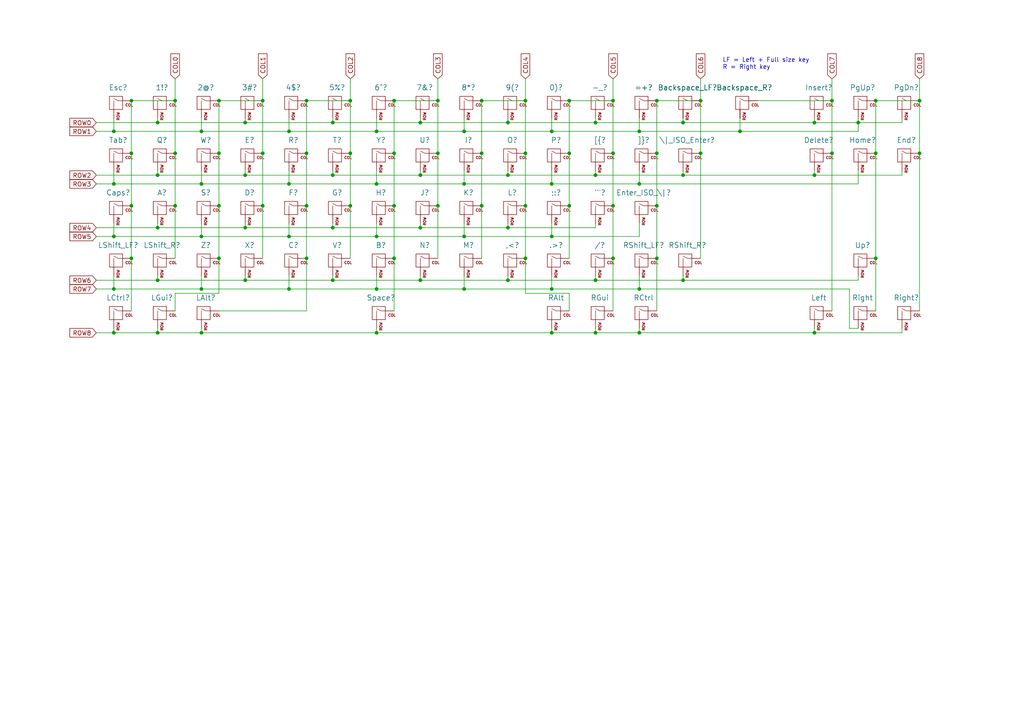
<source format=kicad_sch>
(kicad_sch (version 20211123) (generator eeschema)

  (uuid 6c1c214c-3783-4fd2-97f7-4af12afe327b)

  (paper "A4")

  (lib_symbols
    (symbol "MX_Alps_Hybrid:MX-NoLED" (pin_names (offset 1.016)) (in_bom yes) (on_board yes)
      (property "Reference" "MX" (id 0) (at -0.635 3.81 0)
        (effects (font (size 1.524 1.524)))
      )
      (property "Value" "MX-NoLED" (id 1) (at -0.635 1.27 0)
        (effects (font (size 0.508 0.508)))
      )
      (property "Footprint" "" (id 2) (at -15.875 -0.635 0)
        (effects (font (size 1.524 1.524)) hide)
      )
      (property "Datasheet" "" (id 3) (at -15.875 -0.635 0)
        (effects (font (size 1.524 1.524)) hide)
      )
      (symbol "MX-NoLED_0_0"
        (rectangle (start -2.54 2.54) (end 1.27 -1.27)
          (stroke (width 0) (type default) (color 0 0 0 0))
          (fill (type none))
        )
        (polyline
          (pts
            (xy -1.27 -1.27)
            (xy -1.27 1.27)
          )
          (stroke (width 0.127) (type default) (color 0 0 0 0))
          (fill (type none))
        )
        (polyline
          (pts
            (xy 1.27 1.27)
            (xy 0 1.27)
            (xy -1.27 1.905)
          )
          (stroke (width 0.127) (type default) (color 0 0 0 0))
          (fill (type none))
        )
        (text "COL" (at 3.175 0 0)
          (effects (font (size 0.762 0.762)))
        )
        (text "ROW" (at 0 -1.905 900)
          (effects (font (size 0.762 0.762)) (justify right))
        )
      )
      (symbol "MX-NoLED_1_1"
        (pin passive line (at 3.81 1.27 180) (length 2.54)
          (name "COL" (effects (font (size 0 0))))
          (number "1" (effects (font (size 0 0))))
        )
        (pin passive line (at -1.27 -3.81 90) (length 2.54)
          (name "ROW" (effects (font (size 0 0))))
          (number "2" (effects (font (size 0 0))))
        )
      )
    )
  )

  (junction (at 109.22 53.34) (diameter 0) (color 0 0 0 0)
    (uuid 017895a2-f24d-4a90-857e-487f7346808b)
  )
  (junction (at 76.2 44.45) (diameter 0) (color 0 0 0 0)
    (uuid 03a8bdf1-48db-40f4-ac42-16f9c6f22db2)
  )
  (junction (at 177.8 59.69) (diameter 0) (color 0 0 0 0)
    (uuid 04256642-063b-4f75-8a60-ab3c548ade83)
  )
  (junction (at 121.92 35.56) (diameter 0) (color 0 0 0 0)
    (uuid 071b73ea-8ca8-4b51-981d-71989c4312c5)
  )
  (junction (at 83.82 83.82) (diameter 0) (color 0 0 0 0)
    (uuid 0ddb9489-dfa7-45e2-ba7e-d3d96e7f19ca)
  )
  (junction (at 33.02 83.82) (diameter 0) (color 0 0 0 0)
    (uuid 0f225215-86ab-482c-9855-4c61a9728aaf)
  )
  (junction (at 127 29.21) (diameter 0) (color 0 0 0 0)
    (uuid 0fa9bc68-b6d9-41cb-9e43-975a3c0b0ea5)
  )
  (junction (at 45.72 96.52) (diameter 0) (color 0 0 0 0)
    (uuid 0fb1a5cb-338e-46db-a461-299fa2f61b94)
  )
  (junction (at 33.02 38.1) (diameter 0) (color 0 0 0 0)
    (uuid 1254e6b1-b3d8-4078-82aa-bc62c7325b5d)
  )
  (junction (at 236.22 35.56) (diameter 0) (color 0 0 0 0)
    (uuid 144ea06f-9255-4dde-acd9-9030c88b5fab)
  )
  (junction (at 96.52 50.8) (diameter 0) (color 0 0 0 0)
    (uuid 169b448c-c3d6-4aa7-bbf7-f91512d62081)
  )
  (junction (at 45.72 35.56) (diameter 0) (color 0 0 0 0)
    (uuid 1974b160-aa83-451d-ac23-3cfad90a0bfb)
  )
  (junction (at 172.72 96.52) (diameter 0) (color 0 0 0 0)
    (uuid 1a1f1045-a06e-4c8b-baf4-d0644cd75b1f)
  )
  (junction (at 254 74.93) (diameter 0) (color 0 0 0 0)
    (uuid 1c188c71-5313-4b41-b848-977576fa62a3)
  )
  (junction (at 33.02 53.34) (diameter 0) (color 0 0 0 0)
    (uuid 1e0f76ef-6773-4cb8-8e8a-cc4740f7b3fe)
  )
  (junction (at 172.72 81.28) (diameter 0) (color 0 0 0 0)
    (uuid 1f2895d6-3a02-45f3-b068-f68f2fa25e00)
  )
  (junction (at 76.2 59.69) (diameter 0) (color 0 0 0 0)
    (uuid 22f519b6-8afd-453a-b5f6-72ea5b6ac716)
  )
  (junction (at 33.02 68.58) (diameter 0) (color 0 0 0 0)
    (uuid 24ef2f45-eef9-441d-ae46-e3cdcf681965)
  )
  (junction (at 203.2 44.45) (diameter 0) (color 0 0 0 0)
    (uuid 2839db94-0ead-4116-b8d4-d044a757b04b)
  )
  (junction (at 241.3 44.45) (diameter 0) (color 0 0 0 0)
    (uuid 28925a18-0af7-4f5a-acaa-5511131722f8)
  )
  (junction (at 114.3 74.93) (diameter 0) (color 0 0 0 0)
    (uuid 2a2c5601-428e-4735-ba82-1a2f5682fa13)
  )
  (junction (at 198.12 50.8) (diameter 0) (color 0 0 0 0)
    (uuid 2bd4b824-fdd9-4663-a1ac-04e542fbd83a)
  )
  (junction (at 96.52 35.56) (diameter 0) (color 0 0 0 0)
    (uuid 2cc9bdc4-c0ab-4056-878a-878d542c6dd3)
  )
  (junction (at 114.3 59.69) (diameter 0) (color 0 0 0 0)
    (uuid 2d762416-0fa5-45c8-b5b4-51e6a65b28c3)
  )
  (junction (at 76.2 29.21) (diameter 0) (color 0 0 0 0)
    (uuid 2e19ea9a-87dd-4b74-8407-77629c7fcfa7)
  )
  (junction (at 147.32 66.04) (diameter 0) (color 0 0 0 0)
    (uuid 2f59a5e7-1d16-4c20-856a-072a6af60b60)
  )
  (junction (at 248.92 35.56) (diameter 0) (color 0 0 0 0)
    (uuid 3136d4b5-f2f9-449b-be38-ee46e780bf38)
  )
  (junction (at 109.22 83.82) (diameter 0) (color 0 0 0 0)
    (uuid 32df4f5d-d785-410a-8eea-1fe120a2e9f9)
  )
  (junction (at 38.1 44.45) (diameter 0) (color 0 0 0 0)
    (uuid 33224edd-7af0-477e-8508-48d43779fb23)
  )
  (junction (at 152.4 74.93) (diameter 0) (color 0 0 0 0)
    (uuid 337dd8cd-6f6f-4d4f-9ad1-568dd89c3148)
  )
  (junction (at 58.42 96.52) (diameter 0) (color 0 0 0 0)
    (uuid 3395bf11-3c41-442e-8735-39737674608f)
  )
  (junction (at 160.02 68.58) (diameter 0) (color 0 0 0 0)
    (uuid 3433e2b5-0a01-4ecd-b447-a738f9e82199)
  )
  (junction (at 114.3 44.45) (diameter 0) (color 0 0 0 0)
    (uuid 3776e681-e5dd-40a6-a5b1-599283410040)
  )
  (junction (at 139.7 59.69) (diameter 0) (color 0 0 0 0)
    (uuid 391f407d-d263-4ada-93ec-1e5797f98bc7)
  )
  (junction (at 241.3 29.21) (diameter 0) (color 0 0 0 0)
    (uuid 397c563c-73db-4bf2-bcd8-9ed7a736d9a1)
  )
  (junction (at 172.72 50.8) (diameter 0) (color 0 0 0 0)
    (uuid 3df37c74-a6d2-464c-9e9a-db54fab84a61)
  )
  (junction (at 160.02 38.1) (diameter 0) (color 0 0 0 0)
    (uuid 4059356e-f189-4c46-9e5e-f1bbfd0b4528)
  )
  (junction (at 266.7 29.21) (diameter 0) (color 0 0 0 0)
    (uuid 40d40c6d-4e03-4a1e-88d9-edf01a7ab650)
  )
  (junction (at 88.9 74.93) (diameter 0) (color 0 0 0 0)
    (uuid 454aaa95-5766-48c8-a7b1-6553a0c51369)
  )
  (junction (at 50.8 59.69) (diameter 0) (color 0 0 0 0)
    (uuid 4a9d486f-7aeb-41b3-ac62-351e5273e3cb)
  )
  (junction (at 127 59.69) (diameter 0) (color 0 0 0 0)
    (uuid 4b4a40a9-e876-40cb-8917-5a45ec732d9d)
  )
  (junction (at 58.42 68.58) (diameter 0) (color 0 0 0 0)
    (uuid 4c5e5a61-4deb-4550-b88c-2d30b3612553)
  )
  (junction (at 45.72 50.8) (diameter 0) (color 0 0 0 0)
    (uuid 4f0345ae-fc28-4121-9622-2357dde3acda)
  )
  (junction (at 177.8 29.21) (diameter 0) (color 0 0 0 0)
    (uuid 5169c796-5780-4eca-9e48-253bf26f237c)
  )
  (junction (at 121.92 66.04) (diameter 0) (color 0 0 0 0)
    (uuid 54d3565c-fac8-461f-afe6-d288850d75aa)
  )
  (junction (at 63.5 74.93) (diameter 0) (color 0 0 0 0)
    (uuid 5822d694-f006-43d9-8a63-5adcd02937e4)
  )
  (junction (at 177.8 44.45) (diameter 0) (color 0 0 0 0)
    (uuid 594ca363-9464-4d03-874b-c5bb7ff33e11)
  )
  (junction (at 152.4 59.69) (diameter 0) (color 0 0 0 0)
    (uuid 5d04dd07-5429-4946-8ba2-d41724e6f7bf)
  )
  (junction (at 139.7 44.45) (diameter 0) (color 0 0 0 0)
    (uuid 5f15fa2c-fe87-46d8-a652-e0d24bc4f661)
  )
  (junction (at 127 44.45) (diameter 0) (color 0 0 0 0)
    (uuid 60768776-9a1f-450a-a8ff-fcd8dfd264e6)
  )
  (junction (at 134.62 53.34) (diameter 0) (color 0 0 0 0)
    (uuid 61eb2060-a830-4df8-8d19-b27bf9d534b1)
  )
  (junction (at 88.9 44.45) (diameter 0) (color 0 0 0 0)
    (uuid 63ecb629-ca1e-4ecd-b9f9-6b381c0faa55)
  )
  (junction (at 198.12 81.28) (diameter 0) (color 0 0 0 0)
    (uuid 6639806a-75f1-4f2d-847e-76a63308176c)
  )
  (junction (at 38.1 74.93) (diameter 0) (color 0 0 0 0)
    (uuid 67b40557-5707-4f34-bb1d-bbe883e88b68)
  )
  (junction (at 63.5 59.69) (diameter 0) (color 0 0 0 0)
    (uuid 6a4d991e-9d67-419b-9bc2-cbe7e6224602)
  )
  (junction (at 185.42 53.34) (diameter 0) (color 0 0 0 0)
    (uuid 711f81c0-c6b0-466d-ab54-4524e2dff6d5)
  )
  (junction (at 58.42 38.1) (diameter 0) (color 0 0 0 0)
    (uuid 729afe0b-581c-4f30-91ce-bb9988d5a1df)
  )
  (junction (at 185.42 38.1) (diameter 0) (color 0 0 0 0)
    (uuid 7ba27b0c-336f-4704-9838-6aab68ab47af)
  )
  (junction (at 83.82 68.58) (diameter 0) (color 0 0 0 0)
    (uuid 7be066e5-e956-49e6-a8a4-ac4c102ed04a)
  )
  (junction (at 214.63 38.1) (diameter 0) (color 0 0 0 0)
    (uuid 86e1bdda-08ae-4602-affc-7e7a6f2fdd3b)
  )
  (junction (at 147.32 81.28) (diameter 0) (color 0 0 0 0)
    (uuid 87fcdeb0-dbf2-4a7c-b774-e8fa699d61a8)
  )
  (junction (at 96.52 81.28) (diameter 0) (color 0 0 0 0)
    (uuid 88f5f093-7d51-4ba0-a86f-62166cbc97f3)
  )
  (junction (at 160.02 83.82) (diameter 0) (color 0 0 0 0)
    (uuid 89655fd4-c3ff-4470-bf24-8bc41247bc62)
  )
  (junction (at 152.4 44.45) (diameter 0) (color 0 0 0 0)
    (uuid 89db2dd5-0388-4016-a72b-b5aa35464253)
  )
  (junction (at 63.5 29.21) (diameter 0) (color 0 0 0 0)
    (uuid 8ceb7a0c-4f67-4923-b168-192b34572727)
  )
  (junction (at 165.1 29.21) (diameter 0) (color 0 0 0 0)
    (uuid 8f7fce58-6ac0-4a94-9aa6-fe55389a5902)
  )
  (junction (at 134.62 38.1) (diameter 0) (color 0 0 0 0)
    (uuid 90396c05-ad39-4619-86d0-537722b683fb)
  )
  (junction (at 83.82 38.1) (diameter 0) (color 0 0 0 0)
    (uuid 9243c5e9-6c6e-42d4-abd3-a815c8e44ca3)
  )
  (junction (at 134.62 68.58) (diameter 0) (color 0 0 0 0)
    (uuid 955b6de8-de98-4016-a1b9-f7b9ac4b9c04)
  )
  (junction (at 58.42 53.34) (diameter 0) (color 0 0 0 0)
    (uuid 9a2985a3-541e-483e-99f5-7a73ffad715c)
  )
  (junction (at 177.8 74.93) (diameter 0) (color 0 0 0 0)
    (uuid 9f361c26-980d-411f-986f-58ee9f6bbfaa)
  )
  (junction (at 45.72 66.04) (diameter 0) (color 0 0 0 0)
    (uuid a0736795-71de-445d-8115-0bd81395c419)
  )
  (junction (at 88.9 59.69) (diameter 0) (color 0 0 0 0)
    (uuid a16c5fd8-300b-40a5-88fb-a24658530f16)
  )
  (junction (at 185.42 96.52) (diameter 0) (color 0 0 0 0)
    (uuid a44c3f15-a9e1-4bd6-add5-124618ac315a)
  )
  (junction (at 71.12 66.04) (diameter 0) (color 0 0 0 0)
    (uuid a4838db3-ef2f-4ff9-98b9-a5dcdcaa30e0)
  )
  (junction (at 88.9 29.21) (diameter 0) (color 0 0 0 0)
    (uuid a4c37ba0-de22-41ee-af1d-f82f5118a105)
  )
  (junction (at 101.6 29.21) (diameter 0) (color 0 0 0 0)
    (uuid aa40a64f-1878-4c85-afb8-d483f3c982ec)
  )
  (junction (at 63.5 44.45) (diameter 0) (color 0 0 0 0)
    (uuid aaa5256e-5fd8-4e50-b9fe-630af2843aa2)
  )
  (junction (at 152.4 29.21) (diameter 0) (color 0 0 0 0)
    (uuid aaf6abb4-aa3c-43e7-b268-82cfd951b49c)
  )
  (junction (at 236.22 96.52) (diameter 0) (color 0 0 0 0)
    (uuid ab1427c6-5345-4966-8e6c-4f9ef95a92da)
  )
  (junction (at 71.12 35.56) (diameter 0) (color 0 0 0 0)
    (uuid abc0b893-4092-4548-b351-be8322532333)
  )
  (junction (at 190.5 29.21) (diameter 0) (color 0 0 0 0)
    (uuid adf3c993-65a8-44b5-ba3f-1a0f899a20bf)
  )
  (junction (at 165.1 44.45) (diameter 0) (color 0 0 0 0)
    (uuid adffce3f-9726-4643-a833-0432051a731f)
  )
  (junction (at 147.32 35.56) (diameter 0) (color 0 0 0 0)
    (uuid ae52dfd0-1969-4947-856f-3c8cba497c0d)
  )
  (junction (at 160.02 53.34) (diameter 0) (color 0 0 0 0)
    (uuid af3f4689-8de7-418c-aa65-670139875b78)
  )
  (junction (at 254 29.21) (diameter 0) (color 0 0 0 0)
    (uuid b0c1d14e-3ca4-4e15-a546-cf50d9aad82c)
  )
  (junction (at 50.8 29.21) (diameter 0) (color 0 0 0 0)
    (uuid b14ac8a5-0e1d-45c9-871b-9bd589da1e38)
  )
  (junction (at 109.22 68.58) (diameter 0) (color 0 0 0 0)
    (uuid b19244e6-ebfe-40b5-941e-f29f83a52bcf)
  )
  (junction (at 101.6 44.45) (diameter 0) (color 0 0 0 0)
    (uuid b207609a-48eb-4c40-956d-c17db0f4bcd3)
  )
  (junction (at 203.2 29.21) (diameter 0) (color 0 0 0 0)
    (uuid b455465c-0bd8-40e9-9677-44b50a6e74e4)
  )
  (junction (at 71.12 50.8) (diameter 0) (color 0 0 0 0)
    (uuid b5b5d998-7a40-432d-a3bb-4d82fb77fab6)
  )
  (junction (at 45.72 81.28) (diameter 0) (color 0 0 0 0)
    (uuid b7200966-b344-48a2-bef4-5671cbb19e18)
  )
  (junction (at 266.7 44.45) (diameter 0) (color 0 0 0 0)
    (uuid ba83ba7a-a00a-4570-b84d-d1375e72e8b2)
  )
  (junction (at 83.82 53.34) (diameter 0) (color 0 0 0 0)
    (uuid bb3d5e0e-4e9f-4d8b-b0a0-386bbab95482)
  )
  (junction (at 236.22 50.8) (diameter 0) (color 0 0 0 0)
    (uuid c288f6d0-c529-4648-8e2f-892ba0ce0e53)
  )
  (junction (at 38.1 29.21) (diameter 0) (color 0 0 0 0)
    (uuid c2c72c14-5d4c-4654-a639-d31d1ecafff0)
  )
  (junction (at 33.02 96.52) (diameter 0) (color 0 0 0 0)
    (uuid c79a1dd5-3c78-486d-ba49-aeebb0b20b8b)
  )
  (junction (at 121.92 81.28) (diameter 0) (color 0 0 0 0)
    (uuid cc001d48-b6b8-44f4-9bf1-39c2e4a9b722)
  )
  (junction (at 165.1 59.69) (diameter 0) (color 0 0 0 0)
    (uuid d0ffc2f9-efe5-4f87-b6e3-c996d56a67e8)
  )
  (junction (at 172.72 35.56) (diameter 0) (color 0 0 0 0)
    (uuid d2868d5f-f0f2-4722-8547-091fc3bc2a88)
  )
  (junction (at 71.12 81.28) (diameter 0) (color 0 0 0 0)
    (uuid d54b9676-a223-4987-9a06-03ef07d76a35)
  )
  (junction (at 190.5 44.45) (diameter 0) (color 0 0 0 0)
    (uuid d79f31ae-fdc7-4b95-9033-fffab86e4c51)
  )
  (junction (at 160.02 96.52) (diameter 0) (color 0 0 0 0)
    (uuid d89896a4-337b-48fd-8416-554dbc8619c3)
  )
  (junction (at 50.8 44.45) (diameter 0) (color 0 0 0 0)
    (uuid d8ac0bdc-1793-418b-b864-a80b3a0a5bda)
  )
  (junction (at 190.5 74.93) (diameter 0) (color 0 0 0 0)
    (uuid d99f1ea5-be9d-4f6c-aaa7-42959d3c129f)
  )
  (junction (at 254 44.45) (diameter 0) (color 0 0 0 0)
    (uuid ded38aeb-6502-4a32-a6e4-79794e57833f)
  )
  (junction (at 134.62 83.82) (diameter 0) (color 0 0 0 0)
    (uuid e04e7bc1-e2cf-4781-aca9-8ddada2bc3c0)
  )
  (junction (at 190.5 59.69) (diameter 0) (color 0 0 0 0)
    (uuid e687a96d-656d-4eed-a641-a969284f51bc)
  )
  (junction (at 38.1 59.69) (diameter 0) (color 0 0 0 0)
    (uuid e8f955f8-1406-4068-a739-3036ff997e96)
  )
  (junction (at 198.12 35.56) (diameter 0) (color 0 0 0 0)
    (uuid e9643c17-8950-4250-8116-bd08727c6827)
  )
  (junction (at 58.42 83.82) (diameter 0) (color 0 0 0 0)
    (uuid eb84448f-5116-4e6c-98bd-4974ac18cb1c)
  )
  (junction (at 96.52 66.04) (diameter 0) (color 0 0 0 0)
    (uuid eee00f2a-f107-46a3-a62d-e9c4122ba67d)
  )
  (junction (at 109.22 96.52) (diameter 0) (color 0 0 0 0)
    (uuid f20069ef-727e-4603-a70b-ccd6e9df8aec)
  )
  (junction (at 101.6 59.69) (diameter 0) (color 0 0 0 0)
    (uuid f2af7239-93e5-47c1-bee8-a1c4e9be1753)
  )
  (junction (at 114.3 29.21) (diameter 0) (color 0 0 0 0)
    (uuid f5b1add7-59e1-4f0a-a90f-7cc92c959d72)
  )
  (junction (at 121.92 50.8) (diameter 0) (color 0 0 0 0)
    (uuid f6cbf457-e8d0-490a-926c-3328ae081c9c)
  )
  (junction (at 139.7 29.21) (diameter 0) (color 0 0 0 0)
    (uuid fae10d68-314a-406d-8b5b-4316304c51ae)
  )
  (junction (at 109.22 38.1) (diameter 0) (color 0 0 0 0)
    (uuid fbd64b24-d365-4767-b972-8eb9b5b6372a)
  )
  (junction (at 185.42 83.82) (diameter 0) (color 0 0 0 0)
    (uuid fdddc72f-e8ca-4d10-9724-122a6bc01580)
  )
  (junction (at 147.32 50.8) (diameter 0) (color 0 0 0 0)
    (uuid fe8978f8-5bdc-42ed-a560-91bd62ab4e51)
  )

  (wire (pts (xy 177.8 29.21) (xy 177.8 44.45))
    (stroke (width 0) (type default) (color 0 0 0 0))
    (uuid 011c305b-e048-431a-96d6-c6d3b23e24e3)
  )
  (wire (pts (xy 109.22 53.34) (xy 83.82 53.34))
    (stroke (width 0) (type default) (color 0 0 0 0))
    (uuid 02323990-cd4b-4ae1-adef-dfcb4232a325)
  )
  (wire (pts (xy 152.4 29.21) (xy 152.4 44.45))
    (stroke (width 0) (type default) (color 0 0 0 0))
    (uuid 0245a660-38c3-472e-ac68-f4907508511e)
  )
  (wire (pts (xy 88.9 44.45) (xy 88.9 59.69))
    (stroke (width 0) (type default) (color 0 0 0 0))
    (uuid 0255e36c-277e-4cb5-857e-1e512bc1575c)
  )
  (wire (pts (xy 76.2 29.21) (xy 76.2 44.45))
    (stroke (width 0) (type default) (color 0 0 0 0))
    (uuid 046a9491-85de-4d97-8a93-76ee5f3188d7)
  )
  (wire (pts (xy 165.1 59.69) (xy 165.1 74.93))
    (stroke (width 0) (type default) (color 0 0 0 0))
    (uuid 052e645c-ad08-4626-984c-b4c9064d6ba1)
  )
  (wire (pts (xy 45.72 34.29) (xy 45.72 35.56))
    (stroke (width 0) (type default) (color 0 0 0 0))
    (uuid 07d61d40-e034-4705-b740-e0af7d8dd3a1)
  )
  (wire (pts (xy 63.5 85.09) (xy 63.5 74.93))
    (stroke (width 0) (type default) (color 0 0 0 0))
    (uuid 080a87dd-e02e-4a34-b128-b29ea81a71e2)
  )
  (wire (pts (xy 147.32 50.8) (xy 172.72 50.8))
    (stroke (width 0) (type default) (color 0 0 0 0))
    (uuid 086a6c7c-70a9-478c-9e19-215b5570e700)
  )
  (wire (pts (xy 160.02 68.58) (xy 160.02 64.77))
    (stroke (width 0) (type default) (color 0 0 0 0))
    (uuid 08af68ca-feb6-4d9f-97d4-c810080fe2bb)
  )
  (wire (pts (xy 27.94 38.1) (xy 33.02 38.1))
    (stroke (width 0) (type default) (color 0 0 0 0))
    (uuid 096b0721-59af-4069-b366-cbe5ada38e92)
  )
  (wire (pts (xy 83.82 68.58) (xy 83.82 64.77))
    (stroke (width 0) (type default) (color 0 0 0 0))
    (uuid 097e8ab2-c652-48c5-ab67-0e505bed43e9)
  )
  (wire (pts (xy 203.2 29.21) (xy 203.2 44.45))
    (stroke (width 0) (type default) (color 0 0 0 0))
    (uuid 0a2f0b83-2745-42d0-81b3-894c4a0ffb6e)
  )
  (wire (pts (xy 134.62 34.29) (xy 134.62 38.1))
    (stroke (width 0) (type default) (color 0 0 0 0))
    (uuid 0a4f01e7-4b70-400c-8c9d-1cdfb7f22bd8)
  )
  (wire (pts (xy 121.92 34.29) (xy 121.92 35.56))
    (stroke (width 0) (type default) (color 0 0 0 0))
    (uuid 0b281e69-2eaa-44fe-a4ce-a30d3bd8c84b)
  )
  (wire (pts (xy 139.7 59.69) (xy 139.7 74.93))
    (stroke (width 0) (type default) (color 0 0 0 0))
    (uuid 0e2cf430-d264-4469-abeb-bf76b6f27c49)
  )
  (wire (pts (xy 172.72 66.04) (xy 172.72 64.77))
    (stroke (width 0) (type default) (color 0 0 0 0))
    (uuid 0e4887e1-d94e-4f8e-a65b-36f339de8ae5)
  )
  (wire (pts (xy 185.42 68.58) (xy 185.42 64.77))
    (stroke (width 0) (type default) (color 0 0 0 0))
    (uuid 0e673bc2-fc57-476e-8d5f-261432699924)
  )
  (wire (pts (xy 248.92 35.56) (xy 261.62 35.56))
    (stroke (width 0) (type default) (color 0 0 0 0))
    (uuid 0f3eeffe-13c9-4abb-9315-fbb598ff5b0d)
  )
  (wire (pts (xy 177.8 59.69) (xy 177.8 74.93))
    (stroke (width 0) (type default) (color 0 0 0 0))
    (uuid 10873bca-3317-4313-8b54-b0961ce9ed53)
  )
  (wire (pts (xy 147.32 50.8) (xy 147.32 49.53))
    (stroke (width 0) (type default) (color 0 0 0 0))
    (uuid 13435e02-e3b0-4664-8531-f93eb028a65c)
  )
  (wire (pts (xy 88.9 29.21) (xy 88.9 44.45))
    (stroke (width 0) (type default) (color 0 0 0 0))
    (uuid 1359a396-ad16-4df0-a42d-b7ef9e69f9f2)
  )
  (wire (pts (xy 198.12 81.28) (xy 248.92 81.28))
    (stroke (width 0) (type default) (color 0 0 0 0))
    (uuid 137159bf-4f5d-47da-a0a7-695032df3888)
  )
  (wire (pts (xy 185.42 53.34) (xy 248.92 53.34))
    (stroke (width 0) (type default) (color 0 0 0 0))
    (uuid 1578daff-a96f-4b51-90e3-61839d25924b)
  )
  (wire (pts (xy 172.72 96.52) (xy 185.42 96.52))
    (stroke (width 0) (type default) (color 0 0 0 0))
    (uuid 157f742a-4c46-4e0e-b59e-b508b6f8106c)
  )
  (wire (pts (xy 109.22 68.58) (xy 134.62 68.58))
    (stroke (width 0) (type default) (color 0 0 0 0))
    (uuid 167b65a3-816b-4965-b5ed-a192fa39535a)
  )
  (wire (pts (xy 127 59.69) (xy 127 74.93))
    (stroke (width 0) (type default) (color 0 0 0 0))
    (uuid 167bf85a-572d-4e61-b736-7124cf39d321)
  )
  (wire (pts (xy 190.5 29.21) (xy 203.2 29.21))
    (stroke (width 0) (type default) (color 0 0 0 0))
    (uuid 185d4030-3a8b-4359-853b-f92a24381a6d)
  )
  (wire (pts (xy 172.72 35.56) (xy 198.12 35.56))
    (stroke (width 0) (type default) (color 0 0 0 0))
    (uuid 189322fb-d967-4cc9-81cd-bb9e8e37b72f)
  )
  (wire (pts (xy 127 22.86) (xy 127 29.21))
    (stroke (width 0) (type default) (color 0 0 0 0))
    (uuid 199412b1-654d-48d8-be6e-1ef46a2ff713)
  )
  (wire (pts (xy 185.42 53.34) (xy 185.42 49.53))
    (stroke (width 0) (type default) (color 0 0 0 0))
    (uuid 1a9aedd7-6a4f-4fdb-ac24-863f9c2a45b6)
  )
  (wire (pts (xy 185.42 96.52) (xy 185.42 95.25))
    (stroke (width 0) (type default) (color 0 0 0 0))
    (uuid 1c08bb81-d114-4623-b8d0-06809fa699b9)
  )
  (wire (pts (xy 45.72 35.56) (xy 71.12 35.56))
    (stroke (width 0) (type default) (color 0 0 0 0))
    (uuid 1c2db4ea-8271-4490-acc6-bf53ca9d15fb)
  )
  (wire (pts (xy 152.4 59.69) (xy 152.4 74.93))
    (stroke (width 0) (type default) (color 0 0 0 0))
    (uuid 1e5fbb31-1a0c-41a8-bf79-14adcf06eb42)
  )
  (wire (pts (xy 152.4 44.45) (xy 152.4 59.69))
    (stroke (width 0) (type default) (color 0 0 0 0))
    (uuid 1f19cf23-b47c-44f0-bb7c-2f42eb048aac)
  )
  (wire (pts (xy 38.1 59.69) (xy 38.1 74.93))
    (stroke (width 0) (type default) (color 0 0 0 0))
    (uuid 20422405-cfa7-4db7-a65d-be67f9264722)
  )
  (wire (pts (xy 254 29.21) (xy 254 44.45))
    (stroke (width 0) (type default) (color 0 0 0 0))
    (uuid 214d1cde-0ab0-455e-8b53-4a5cb195bd57)
  )
  (wire (pts (xy 58.42 53.34) (xy 33.02 53.34))
    (stroke (width 0) (type default) (color 0 0 0 0))
    (uuid 21dfdadf-baa2-4d05-bce9-42ec9f1926d6)
  )
  (wire (pts (xy 76.2 22.86) (xy 76.2 29.21))
    (stroke (width 0) (type default) (color 0 0 0 0))
    (uuid 22fbf6e4-1a54-42c7-9707-c250c8c02057)
  )
  (wire (pts (xy 121.92 81.28) (xy 121.92 80.01))
    (stroke (width 0) (type default) (color 0 0 0 0))
    (uuid 25564eaa-ba0e-481d-be4c-c3a061a7a355)
  )
  (wire (pts (xy 147.32 34.29) (xy 147.32 35.56))
    (stroke (width 0) (type default) (color 0 0 0 0))
    (uuid 26026c75-cebd-4cb1-94a0-c1bd60a0c056)
  )
  (wire (pts (xy 248.92 49.53) (xy 248.92 53.34))
    (stroke (width 0) (type default) (color 0 0 0 0))
    (uuid 26ffb06b-c0aa-47f3-99b0-b68dd9386284)
  )
  (wire (pts (xy 33.02 34.29) (xy 33.02 38.1))
    (stroke (width 0) (type default) (color 0 0 0 0))
    (uuid 2a1b5ac3-a744-49dc-aee5-45861322be97)
  )
  (wire (pts (xy 83.82 68.58) (xy 109.22 68.58))
    (stroke (width 0) (type default) (color 0 0 0 0))
    (uuid 2ac172c9-0d48-4bad-bba4-686054be36db)
  )
  (wire (pts (xy 185.42 96.52) (xy 236.22 96.52))
    (stroke (width 0) (type default) (color 0 0 0 0))
    (uuid 2b3fe009-c46b-45a5-8229-0115c6d7a129)
  )
  (wire (pts (xy 45.72 96.52) (xy 45.72 95.25))
    (stroke (width 0) (type default) (color 0 0 0 0))
    (uuid 2d0dab4f-c68c-45bd-baf6-42e67b41a05a)
  )
  (wire (pts (xy 160.02 34.29) (xy 160.02 38.1))
    (stroke (width 0) (type default) (color 0 0 0 0))
    (uuid 2d9efa90-aa65-4b13-a0ba-feecf5a57361)
  )
  (wire (pts (xy 160.02 38.1) (xy 185.42 38.1))
    (stroke (width 0) (type default) (color 0 0 0 0))
    (uuid 2e7952ff-7f80-491a-ac9c-695077ee9c5a)
  )
  (wire (pts (xy 38.1 44.45) (xy 38.1 59.69))
    (stroke (width 0) (type default) (color 0 0 0 0))
    (uuid 333553c6-f6b4-4017-9145-356b55a50352)
  )
  (wire (pts (xy 83.82 83.82) (xy 109.22 83.82))
    (stroke (width 0) (type default) (color 0 0 0 0))
    (uuid 36e947d8-9a67-411b-a538-28849f4ee409)
  )
  (wire (pts (xy 58.42 68.58) (xy 83.82 68.58))
    (stroke (width 0) (type default) (color 0 0 0 0))
    (uuid 37134942-2555-4add-adf5-651b4a6ad809)
  )
  (wire (pts (xy 147.32 81.28) (xy 172.72 81.28))
    (stroke (width 0) (type default) (color 0 0 0 0))
    (uuid 37ae2525-4486-4d81-a9ca-4b16a7514f20)
  )
  (wire (pts (xy 121.92 66.04) (xy 121.92 64.77))
    (stroke (width 0) (type default) (color 0 0 0 0))
    (uuid 37cfc9b8-3c53-470d-bef8-c378ff0f6ccb)
  )
  (wire (pts (xy 134.62 83.82) (xy 134.62 80.01))
    (stroke (width 0) (type default) (color 0 0 0 0))
    (uuid 3b6eb771-036e-4287-8217-b0182befe0b3)
  )
  (wire (pts (xy 83.82 38.1) (xy 109.22 38.1))
    (stroke (width 0) (type default) (color 0 0 0 0))
    (uuid 3bef3f1a-9c82-4be5-839d-f4649a27ec86)
  )
  (wire (pts (xy 38.1 74.93) (xy 38.1 90.17))
    (stroke (width 0) (type default) (color 0 0 0 0))
    (uuid 3d003909-b06e-4543-9c7d-af64d1d376c2)
  )
  (wire (pts (xy 27.94 35.56) (xy 45.72 35.56))
    (stroke (width 0) (type default) (color 0 0 0 0))
    (uuid 3d8971b5-7b8d-4d63-993b-cc6f7ea3367a)
  )
  (wire (pts (xy 58.42 68.58) (xy 58.42 64.77))
    (stroke (width 0) (type default) (color 0 0 0 0))
    (uuid 3dc98354-def1-491a-96ca-02448cccd9de)
  )
  (wire (pts (xy 45.72 81.28) (xy 71.12 81.28))
    (stroke (width 0) (type default) (color 0 0 0 0))
    (uuid 3f3285b8-136e-4190-a552-b7b287387d32)
  )
  (wire (pts (xy 96.52 50.8) (xy 121.92 50.8))
    (stroke (width 0) (type default) (color 0 0 0 0))
    (uuid 3fc904da-dc02-44b0-8ac9-40ad605582eb)
  )
  (wire (pts (xy 185.42 53.34) (xy 160.02 53.34))
    (stroke (width 0) (type default) (color 0 0 0 0))
    (uuid 40268d36-9302-4fd7-9960-343fb2c384d9)
  )
  (wire (pts (xy 160.02 68.58) (xy 185.42 68.58))
    (stroke (width 0) (type default) (color 0 0 0 0))
    (uuid 4199cad2-3fa8-4143-9c78-5d5204dd1bbe)
  )
  (wire (pts (xy 83.82 53.34) (xy 83.82 49.53))
    (stroke (width 0) (type default) (color 0 0 0 0))
    (uuid 42a53fa4-28bd-42f7-b431-3fc6a4922f9a)
  )
  (wire (pts (xy 96.52 66.04) (xy 96.52 64.77))
    (stroke (width 0) (type default) (color 0 0 0 0))
    (uuid 42b9aca4-d05f-416d-aafd-c8fb960c38a1)
  )
  (wire (pts (xy 58.42 96.52) (xy 109.22 96.52))
    (stroke (width 0) (type default) (color 0 0 0 0))
    (uuid 43ed34c4-5177-44a6-80c1-29a0dd51f1c6)
  )
  (wire (pts (xy 109.22 83.82) (xy 109.22 80.01))
    (stroke (width 0) (type default) (color 0 0 0 0))
    (uuid 44590aa6-4756-43f6-b4d2-6c6ca642e8ef)
  )
  (wire (pts (xy 152.4 85.09) (xy 165.1 85.09))
    (stroke (width 0) (type default) (color 0 0 0 0))
    (uuid 44ad581f-58cb-4cde-9394-374ca3bf1ee4)
  )
  (wire (pts (xy 38.1 29.21) (xy 50.8 29.21))
    (stroke (width 0) (type default) (color 0 0 0 0))
    (uuid 44b71ca7-5bc4-421f-b811-99eda9254b27)
  )
  (wire (pts (xy 165.1 29.21) (xy 165.1 44.45))
    (stroke (width 0) (type default) (color 0 0 0 0))
    (uuid 48736f21-60aa-4659-9045-207f1a06861b)
  )
  (wire (pts (xy 71.12 66.04) (xy 96.52 66.04))
    (stroke (width 0) (type default) (color 0 0 0 0))
    (uuid 48f88f0a-d479-4b34-a517-302e22f787ca)
  )
  (wire (pts (xy 236.22 35.56) (xy 248.92 35.56))
    (stroke (width 0) (type default) (color 0 0 0 0))
    (uuid 49c1c4f0-cf9a-4997-982f-1293c7f8c3d1)
  )
  (wire (pts (xy 203.2 44.45) (xy 203.2 74.93))
    (stroke (width 0) (type default) (color 0 0 0 0))
    (uuid 4dffe7c3-7f13-4a1c-a649-3171c52d11a0)
  )
  (wire (pts (xy 134.62 53.34) (xy 109.22 53.34))
    (stroke (width 0) (type default) (color 0 0 0 0))
    (uuid 4e45aae2-a13b-4e17-9b8d-b05834d9b395)
  )
  (wire (pts (xy 121.92 35.56) (xy 147.32 35.56))
    (stroke (width 0) (type default) (color 0 0 0 0))
    (uuid 4ea6d23e-7512-463e-8d54-e342b0ff89ad)
  )
  (wire (pts (xy 50.8 90.17) (xy 50.8 85.09))
    (stroke (width 0) (type default) (color 0 0 0 0))
    (uuid 4f3275ef-5dfc-4708-a89a-d1593480bd29)
  )
  (wire (pts (xy 165.1 44.45) (xy 165.1 59.69))
    (stroke (width 0) (type default) (color 0 0 0 0))
    (uuid 50323160-6761-4721-9319-152e2bfd0e6b)
  )
  (wire (pts (xy 101.6 59.69) (xy 101.6 74.93))
    (stroke (width 0) (type default) (color 0 0 0 0))
    (uuid 509196f5-f0cc-4a94-b44e-d0bd1b3ac676)
  )
  (wire (pts (xy 254 29.21) (xy 266.7 29.21))
    (stroke (width 0) (type default) (color 0 0 0 0))
    (uuid 52462a69-e1b8-47d4-9f64-040136f02412)
  )
  (wire (pts (xy 114.3 59.69) (xy 114.3 74.93))
    (stroke (width 0) (type default) (color 0 0 0 0))
    (uuid 52e7c331-459d-4250-a4a8-73489001c475)
  )
  (wire (pts (xy 83.82 53.34) (xy 58.42 53.34))
    (stroke (width 0) (type default) (color 0 0 0 0))
    (uuid 52f0d0f7-bcb6-4d9e-8560-9aede11ee9f8)
  )
  (wire (pts (xy 83.82 34.29) (xy 83.82 38.1))
    (stroke (width 0) (type default) (color 0 0 0 0))
    (uuid 54224e00-f2a4-4d36-856e-75d4674abd4a)
  )
  (wire (pts (xy 177.8 74.93) (xy 177.8 90.17))
    (stroke (width 0) (type default) (color 0 0 0 0))
    (uuid 54cd82fb-2de0-41a6-a334-e7a3de908f75)
  )
  (wire (pts (xy 109.22 96.52) (xy 160.02 96.52))
    (stroke (width 0) (type default) (color 0 0 0 0))
    (uuid 55168a8d-dc7e-47ac-a042-c73814ab19b7)
  )
  (wire (pts (xy 190.5 29.21) (xy 190.5 44.45))
    (stroke (width 0) (type default) (color 0 0 0 0))
    (uuid 55516702-b00e-4d30-b585-7a6abe5e6bf0)
  )
  (wire (pts (xy 147.32 66.04) (xy 147.32 64.77))
    (stroke (width 0) (type default) (color 0 0 0 0))
    (uuid 5660da3f-661b-4535-90de-d5efdb1d52b7)
  )
  (wire (pts (xy 172.72 96.52) (xy 172.72 95.25))
    (stroke (width 0) (type default) (color 0 0 0 0))
    (uuid 56cefabb-02d3-4db1-9fb3-7d8700930543)
  )
  (wire (pts (xy 88.9 90.17) (xy 88.9 74.93))
    (stroke (width 0) (type default) (color 0 0 0 0))
    (uuid 573c53ef-ac2e-40b5-bfcc-b3c4d41c0adf)
  )
  (wire (pts (xy 101.6 44.45) (xy 101.6 59.69))
    (stroke (width 0) (type default) (color 0 0 0 0))
    (uuid 5a38af80-1d8c-4e28-813a-e8b993a91c25)
  )
  (wire (pts (xy 241.3 44.45) (xy 241.3 90.17))
    (stroke (width 0) (type default) (color 0 0 0 0))
    (uuid 5ac8d01a-9855-4d3d-955a-92c8ed86375e)
  )
  (wire (pts (xy 58.42 53.34) (xy 58.42 49.53))
    (stroke (width 0) (type default) (color 0 0 0 0))
    (uuid 5e7290fb-3d7e-4f5d-be78-0dc277a0def1)
  )
  (wire (pts (xy 114.3 44.45) (xy 114.3 59.69))
    (stroke (width 0) (type default) (color 0 0 0 0))
    (uuid 5f7c53ad-a221-4a7c-aa56-8fe23dde6e72)
  )
  (wire (pts (xy 96.52 81.28) (xy 121.92 81.28))
    (stroke (width 0) (type default) (color 0 0 0 0))
    (uuid 612a71a2-c2c2-4d55-9b21-61a69d600497)
  )
  (wire (pts (xy 27.94 81.28) (xy 45.72 81.28))
    (stroke (width 0) (type default) (color 0 0 0 0))
    (uuid 6324119f-70db-48ac-a3c1-eeebe3b0e225)
  )
  (wire (pts (xy 160.02 83.82) (xy 160.02 80.01))
    (stroke (width 0) (type default) (color 0 0 0 0))
    (uuid 654f34f4-be9e-455d-a4c3-5a3c78b6d1ac)
  )
  (wire (pts (xy 45.72 66.04) (xy 71.12 66.04))
    (stroke (width 0) (type default) (color 0 0 0 0))
    (uuid 6610a557-beb0-4079-82dd-2a60154194ab)
  )
  (wire (pts (xy 172.72 50.8) (xy 198.12 50.8))
    (stroke (width 0) (type default) (color 0 0 0 0))
    (uuid 67108dd4-3434-4efd-8fbc-55bac5b57ea1)
  )
  (wire (pts (xy 254 44.45) (xy 254 74.93))
    (stroke (width 0) (type default) (color 0 0 0 0))
    (uuid 683e5f68-d2e3-4488-a397-6f63c8825b6c)
  )
  (wire (pts (xy 172.72 81.28) (xy 172.72 80.01))
    (stroke (width 0) (type default) (color 0 0 0 0))
    (uuid 688ac086-efe2-4a11-a5f4-776e73f3b4ec)
  )
  (wire (pts (xy 134.62 38.1) (xy 160.02 38.1))
    (stroke (width 0) (type default) (color 0 0 0 0))
    (uuid 695ebc18-e1ef-43d1-bae1-751d561663db)
  )
  (wire (pts (xy 71.12 35.56) (xy 71.12 34.29))
    (stroke (width 0) (type default) (color 0 0 0 0))
    (uuid 6a200086-1509-4790-824b-e9ddbd3de65b)
  )
  (wire (pts (xy 76.2 44.45) (xy 76.2 59.69))
    (stroke (width 0) (type default) (color 0 0 0 0))
    (uuid 6a6355a6-b8d1-462c-96a3-498c96634abe)
  )
  (wire (pts (xy 152.4 85.09) (xy 152.4 74.93))
    (stroke (width 0) (type default) (color 0 0 0 0))
    (uuid 6bdfd0cf-0534-44dc-932d-4e49dde40150)
  )
  (wire (pts (xy 88.9 59.69) (xy 88.9 74.93))
    (stroke (width 0) (type default) (color 0 0 0 0))
    (uuid 6d2c1903-5d66-4fe4-874a-496cb530ec51)
  )
  (wire (pts (xy 185.42 34.29) (xy 185.42 38.1))
    (stroke (width 0) (type default) (color 0 0 0 0))
    (uuid 6d9d4209-5be0-47be-967e-756e49cde1a3)
  )
  (wire (pts (xy 165.1 85.09) (xy 165.1 90.17))
    (stroke (width 0) (type default) (color 0 0 0 0))
    (uuid 722d1f72-9739-4fb2-a145-9f7e4b898f8e)
  )
  (wire (pts (xy 96.52 81.28) (xy 96.52 80.01))
    (stroke (width 0) (type default) (color 0 0 0 0))
    (uuid 72c67af8-e025-4b70-8bd2-079b20144624)
  )
  (wire (pts (xy 160.02 95.25) (xy 160.02 96.52))
    (stroke (width 0) (type default) (color 0 0 0 0))
    (uuid 748ac8a1-5e7a-4cfa-b6a4-60bb0603ea2c)
  )
  (wire (pts (xy 50.8 22.86) (xy 50.8 29.21))
    (stroke (width 0) (type default) (color 0 0 0 0))
    (uuid 776bfe19-e581-4d73-80c0-1958bddf5275)
  )
  (wire (pts (xy 127 44.45) (xy 127 59.69))
    (stroke (width 0) (type default) (color 0 0 0 0))
    (uuid 78b56b61-ef8f-4805-b97c-5ab5c0b411cc)
  )
  (wire (pts (xy 121.92 50.8) (xy 147.32 50.8))
    (stroke (width 0) (type default) (color 0 0 0 0))
    (uuid 7ff44b17-16f4-4a03-86a3-7af0b772fc71)
  )
  (wire (pts (xy 185.42 38.1) (xy 214.63 38.1))
    (stroke (width 0) (type default) (color 0 0 0 0))
    (uuid 8097029c-eda9-4e28-9706-7c15063cbfc8)
  )
  (wire (pts (xy 190.5 74.93) (xy 190.5 90.17))
    (stroke (width 0) (type default) (color 0 0 0 0))
    (uuid 81a597e6-c927-492c-8273-0c7e78654d9d)
  )
  (wire (pts (xy 198.12 50.8) (xy 198.12 49.53))
    (stroke (width 0) (type default) (color 0 0 0 0))
    (uuid 822ffa77-afe0-4dd8-8b30-2f5ef4c5faaa)
  )
  (wire (pts (xy 261.62 35.56) (xy 261.62 34.29))
    (stroke (width 0) (type default) (color 0 0 0 0))
    (uuid 83d3e5d6-046b-4695-b5f8-27c9e21d7814)
  )
  (wire (pts (xy 114.3 29.21) (xy 114.3 44.45))
    (stroke (width 0) (type default) (color 0 0 0 0))
    (uuid 84c13488-e311-4015-8274-e9921a99c1ad)
  )
  (wire (pts (xy 33.02 96.52) (xy 33.02 95.25))
    (stroke (width 0) (type default) (color 0 0 0 0))
    (uuid 850ae12b-6922-479d-8062-ae729bfbcce4)
  )
  (wire (pts (xy 185.42 83.82) (xy 185.42 80.01))
    (stroke (width 0) (type default) (color 0 0 0 0))
    (uuid 8684bf80-6b9b-4995-9030-99528b55a852)
  )
  (wire (pts (xy 33.02 38.1) (xy 58.42 38.1))
    (stroke (width 0) (type default) (color 0 0 0 0))
    (uuid 88d3d010-e1f1-4d60-a679-e2a9b5848f8a)
  )
  (wire (pts (xy 185.42 83.82) (xy 246.38 83.82))
    (stroke (width 0) (type default) (color 0 0 0 0))
    (uuid 89254956-7aec-4519-a998-daf648f32b36)
  )
  (wire (pts (xy 33.02 96.52) (xy 45.72 96.52))
    (stroke (width 0) (type default) (color 0 0 0 0))
    (uuid 8a8c589d-3b3e-4b09-b388-55e1348f58fd)
  )
  (wire (pts (xy 246.38 95.25) (xy 248.92 95.25))
    (stroke (width 0) (type default) (color 0 0 0 0))
    (uuid 8a9f3c82-79ea-4da6-af5d-04296e6e3b00)
  )
  (wire (pts (xy 50.8 29.21) (xy 50.8 44.45))
    (stroke (width 0) (type default) (color 0 0 0 0))
    (uuid 8ac200b7-2c49-44b5-adc8-1f52a020a5ed)
  )
  (wire (pts (xy 236.22 50.8) (xy 236.22 49.53))
    (stroke (width 0) (type default) (color 0 0 0 0))
    (uuid 8b0605c7-547e-4ac4-93ca-9aee84f60c4a)
  )
  (wire (pts (xy 198.12 50.8) (xy 236.22 50.8))
    (stroke (width 0) (type default) (color 0 0 0 0))
    (uuid 8ca0b87e-8de7-4c98-a043-aa20d3a1a2b6)
  )
  (wire (pts (xy 96.52 50.8) (xy 96.52 49.53))
    (stroke (width 0) (type default) (color 0 0 0 0))
    (uuid 8d6f031e-7d38-462c-b808-56e2dcc535ba)
  )
  (wire (pts (xy 198.12 35.56) (xy 236.22 35.56))
    (stroke (width 0) (type default) (color 0 0 0 0))
    (uuid 8e80b6cd-3681-47b9-b6ce-a4c81e2d6a74)
  )
  (wire (pts (xy 246.38 83.82) (xy 246.38 95.25))
    (stroke (width 0) (type default) (color 0 0 0 0))
    (uuid 8e842d8e-1073-4239-a75d-d47c1ac84e59)
  )
  (wire (pts (xy 177.8 44.45) (xy 177.8 59.69))
    (stroke (width 0) (type default) (color 0 0 0 0))
    (uuid 8eab6819-c160-49f3-b7fd-03c07b7259db)
  )
  (wire (pts (xy 45.72 80.01) (xy 45.72 81.28))
    (stroke (width 0) (type default) (color 0 0 0 0))
    (uuid 90526e25-29d5-4e2d-88fe-ba80c7e13478)
  )
  (wire (pts (xy 190.5 44.45) (xy 190.5 59.69))
    (stroke (width 0) (type default) (color 0 0 0 0))
    (uuid 919f662f-b70b-4993-9ea2-ad54dc351e72)
  )
  (wire (pts (xy 214.63 38.1) (xy 248.92 38.1))
    (stroke (width 0) (type default) (color 0 0 0 0))
    (uuid 93762d25-1cb0-43c1-bb73-fe9cab04501f)
  )
  (wire (pts (xy 63.5 29.21) (xy 63.5 44.45))
    (stroke (width 0) (type default) (color 0 0 0 0))
    (uuid 9398c39b-3606-47b3-ae3c-41c50436aada)
  )
  (wire (pts (xy 63.5 44.45) (xy 63.5 59.69))
    (stroke (width 0) (type default) (color 0 0 0 0))
    (uuid 9426e5d5-5b06-4848-9b0b-f06a97412b6d)
  )
  (wire (pts (xy 236.22 96.52) (xy 261.62 96.52))
    (stroke (width 0) (type default) (color 0 0 0 0))
    (uuid 94a4060e-58e9-4228-9ad4-a9ca2f5bfad4)
  )
  (wire (pts (xy 248.92 35.56) (xy 248.92 34.29))
    (stroke (width 0) (type default) (color 0 0 0 0))
    (uuid 99381003-fa95-4046-b604-78044c732651)
  )
  (wire (pts (xy 33.02 53.34) (xy 33.02 49.53))
    (stroke (width 0) (type default) (color 0 0 0 0))
    (uuid 9a87f3a7-595e-4f6f-8e74-cd07cf7ec59a)
  )
  (wire (pts (xy 27.94 53.34) (xy 33.02 53.34))
    (stroke (width 0) (type default) (color 0 0 0 0))
    (uuid 9e592107-90a4-4157-a46b-c4676e7bf761)
  )
  (wire (pts (xy 160.02 96.52) (xy 172.72 96.52))
    (stroke (width 0) (type default) (color 0 0 0 0))
    (uuid 9e761238-9f25-4d3a-bb72-050b11fa4e45)
  )
  (wire (pts (xy 45.72 96.52) (xy 58.42 96.52))
    (stroke (width 0) (type default) (color 0 0 0 0))
    (uuid 9eead0e2-56ac-4c3d-844c-96ce64dac3a7)
  )
  (wire (pts (xy 241.3 22.86) (xy 241.3 29.21))
    (stroke (width 0) (type default) (color 0 0 0 0))
    (uuid 9fcefa51-bdc7-4659-a05d-e58513b2152d)
  )
  (wire (pts (xy 203.2 22.86) (xy 203.2 29.21))
    (stroke (width 0) (type default) (color 0 0 0 0))
    (uuid a08d50ea-8518-4349-8562-a57562918829)
  )
  (wire (pts (xy 219.71 29.21) (xy 241.3 29.21))
    (stroke (width 0) (type default) (color 0 0 0 0))
    (uuid a2b37e70-2c40-4720-a90c-c7df54f102a5)
  )
  (wire (pts (xy 109.22 68.58) (xy 109.22 64.77))
    (stroke (width 0) (type default) (color 0 0 0 0))
    (uuid a2e2d3e6-1595-41a0-b7bd-4d7bf269865e)
  )
  (wire (pts (xy 114.3 74.93) (xy 114.3 90.17))
    (stroke (width 0) (type default) (color 0 0 0 0))
    (uuid a3ae9c1c-3564-4650-ada0-2dfe5020eb4a)
  )
  (wire (pts (xy 109.22 38.1) (xy 134.62 38.1))
    (stroke (width 0) (type default) (color 0 0 0 0))
    (uuid a405dc01-6bfc-4e98-a6c1-de3d5e6f7eb7)
  )
  (wire (pts (xy 134.62 83.82) (xy 160.02 83.82))
    (stroke (width 0) (type default) (color 0 0 0 0))
    (uuid a41057e7-b991-4afa-98c7-3e3c8d9fceed)
  )
  (wire (pts (xy 27.94 96.52) (xy 33.02 96.52))
    (stroke (width 0) (type default) (color 0 0 0 0))
    (uuid a52edf87-5912-4a0d-a027-1d3613ce2625)
  )
  (wire (pts (xy 254 74.93) (xy 254 90.17))
    (stroke (width 0) (type default) (color 0 0 0 0))
    (uuid a6768274-2482-4a20-ab5e-42ae839cb349)
  )
  (wire (pts (xy 121.92 50.8) (xy 121.92 49.53))
    (stroke (width 0) (type default) (color 0 0 0 0))
    (uuid a67fffe0-e2da-47db-a79f-53669da8ef0d)
  )
  (wire (pts (xy 63.5 90.17) (xy 88.9 90.17))
    (stroke (width 0) (type default) (color 0 0 0 0))
    (uuid a7f2a493-0c9d-4122-99c0-6491746c3f82)
  )
  (wire (pts (xy 266.7 29.21) (xy 266.7 44.45))
    (stroke (width 0) (type default) (color 0 0 0 0))
    (uuid a822984e-97c5-4958-857b-8a0a63ea8ec7)
  )
  (wire (pts (xy 134.62 68.58) (xy 160.02 68.58))
    (stroke (width 0) (type default) (color 0 0 0 0))
    (uuid ab8cce2b-5668-46c3-84fe-ec6944de1975)
  )
  (wire (pts (xy 261.62 96.52) (xy 261.62 95.25))
    (stroke (width 0) (type default) (color 0 0 0 0))
    (uuid abc9d0c4-6ae1-4168-9e7b-85c06a78c238)
  )
  (wire (pts (xy 33.02 68.58) (xy 58.42 68.58))
    (stroke (width 0) (type default) (color 0 0 0 0))
    (uuid ad3e6a98-d1db-4bdd-bcf2-51abc7dcf9bb)
  )
  (wire (pts (xy 248.92 35.56) (xy 248.92 38.1))
    (stroke (width 0) (type default) (color 0 0 0 0))
    (uuid af824bc7-9df8-4f9b-9ced-154d411850f7)
  )
  (wire (pts (xy 214.63 34.29) (xy 214.63 38.1))
    (stroke (width 0) (type default) (color 0 0 0 0))
    (uuid b1f06a6c-1c5b-4928-8f0e-1d855e4dd192)
  )
  (wire (pts (xy 45.72 64.77) (xy 45.72 66.04))
    (stroke (width 0) (type default) (color 0 0 0 0))
    (uuid b2370742-8574-4640-8f6d-80f55d29632f)
  )
  (wire (pts (xy 27.94 68.58) (xy 33.02 68.58))
    (stroke (width 0) (type default) (color 0 0 0 0))
    (uuid b31ec529-d82e-4f55-8856-3ae934956a8d)
  )
  (wire (pts (xy 127 29.21) (xy 127 44.45))
    (stroke (width 0) (type default) (color 0 0 0 0))
    (uuid b3d9787f-99a9-4974-9405-bd3f1d9975ba)
  )
  (wire (pts (xy 96.52 66.04) (xy 121.92 66.04))
    (stroke (width 0) (type default) (color 0 0 0 0))
    (uuid b45d8b36-c083-40d7-8ff1-466bb0fc8322)
  )
  (wire (pts (xy 261.62 50.8) (xy 261.62 49.53))
    (stroke (width 0) (type default) (color 0 0 0 0))
    (uuid b4a2eef6-a70e-4c41-8855-98ddb055e74d)
  )
  (wire (pts (xy 241.3 29.21) (xy 241.3 44.45))
    (stroke (width 0) (type default) (color 0 0 0 0))
    (uuid b6387909-f907-4f7a-aa6d-d2d1a62ae508)
  )
  (wire (pts (xy 160.02 83.82) (xy 185.42 83.82))
    (stroke (width 0) (type default) (color 0 0 0 0))
    (uuid b7b9373f-883c-4fce-aaad-5cc89b790be6)
  )
  (wire (pts (xy 139.7 29.21) (xy 152.4 29.21))
    (stroke (width 0) (type default) (color 0 0 0 0))
    (uuid b9088068-e55b-41bc-875f-e73bc0f4fb80)
  )
  (wire (pts (xy 248.92 81.28) (xy 248.92 80.01))
    (stroke (width 0) (type default) (color 0 0 0 0))
    (uuid b995c4ef-a363-4505-aa76-6c5cd17a1618)
  )
  (wire (pts (xy 63.5 29.21) (xy 76.2 29.21))
    (stroke (width 0) (type default) (color 0 0 0 0))
    (uuid bb079174-1c6f-49a6-a0f2-214ba0d17c32)
  )
  (wire (pts (xy 121.92 66.04) (xy 147.32 66.04))
    (stroke (width 0) (type default) (color 0 0 0 0))
    (uuid bb59e28f-2c75-4121-9867-d2dc70664f7f)
  )
  (wire (pts (xy 27.94 50.8) (xy 45.72 50.8))
    (stroke (width 0) (type default) (color 0 0 0 0))
    (uuid bb84d110-cd73-426b-bca3-17d99b2bfe98)
  )
  (wire (pts (xy 45.72 50.8) (xy 71.12 50.8))
    (stroke (width 0) (type default) (color 0 0 0 0))
    (uuid bc22eebd-d0ac-4dd5-a240-771defad7831)
  )
  (wire (pts (xy 38.1 29.21) (xy 38.1 44.45))
    (stroke (width 0) (type default) (color 0 0 0 0))
    (uuid bc329172-5b18-4320-ac29-42c13ccfabc7)
  )
  (wire (pts (xy 109.22 34.29) (xy 109.22 38.1))
    (stroke (width 0) (type default) (color 0 0 0 0))
    (uuid bdc3e813-1f98-4c6c-9f72-dea3a7276cff)
  )
  (wire (pts (xy 71.12 50.8) (xy 71.12 49.53))
    (stroke (width 0) (type default) (color 0 0 0 0))
    (uuid be2080a1-8da4-49a1-b603-72f9fdf31e19)
  )
  (wire (pts (xy 71.12 66.04) (xy 71.12 64.77))
    (stroke (width 0) (type default) (color 0 0 0 0))
    (uuid bf2d82e4-234d-4669-9c08-250615d5ff59)
  )
  (wire (pts (xy 198.12 34.29) (xy 198.12 35.56))
    (stroke (width 0) (type default) (color 0 0 0 0))
    (uuid c0e4979a-d6f8-454c-a960-f8b494b5e271)
  )
  (wire (pts (xy 45.72 49.53) (xy 45.72 50.8))
    (stroke (width 0) (type default) (color 0 0 0 0))
    (uuid c1773a51-a103-4dfb-aa76-f7574fb60766)
  )
  (wire (pts (xy 27.94 66.04) (xy 45.72 66.04))
    (stroke (width 0) (type default) (color 0 0 0 0))
    (uuid c45e3b71-1dd8-4723-ba8e-1dcb1b03199c)
  )
  (wire (pts (xy 121.92 81.28) (xy 147.32 81.28))
    (stroke (width 0) (type default) (color 0 0 0 0))
    (uuid c6311368-dfee-4cea-88fb-f2cfb5a16248)
  )
  (wire (pts (xy 71.12 50.8) (xy 96.52 50.8))
    (stroke (width 0) (type default) (color 0 0 0 0))
    (uuid c9aa65ea-74e1-4841-8882-f3935d34dfeb)
  )
  (wire (pts (xy 71.12 81.28) (xy 96.52 81.28))
    (stroke (width 0) (type default) (color 0 0 0 0))
    (uuid cb92565d-81a4-40d4-960f-2e2b735c83c5)
  )
  (wire (pts (xy 152.4 22.86) (xy 152.4 29.21))
    (stroke (width 0) (type default) (color 0 0 0 0))
    (uuid cfd73258-e2b7-4de0-b436-275d5b8ee4de)
  )
  (wire (pts (xy 134.62 53.34) (xy 134.62 49.53))
    (stroke (width 0) (type default) (color 0 0 0 0))
    (uuid d10264d7-2a3e-44dd-81a8-40c8b3dbe902)
  )
  (wire (pts (xy 50.8 59.69) (xy 50.8 74.93))
    (stroke (width 0) (type default) (color 0 0 0 0))
    (uuid d284287c-2741-451e-b9b4-b50da35a11f2)
  )
  (wire (pts (xy 33.02 80.01) (xy 33.02 83.82))
    (stroke (width 0) (type default) (color 0 0 0 0))
    (uuid d4d62340-d484-4187-a24d-d081cf0e4f39)
  )
  (wire (pts (xy 147.32 81.28) (xy 147.32 80.01))
    (stroke (width 0) (type default) (color 0 0 0 0))
    (uuid d629fa16-ada4-4ec5-8a70-154ad3896125)
  )
  (wire (pts (xy 177.8 22.86) (xy 177.8 29.21))
    (stroke (width 0) (type default) (color 0 0 0 0))
    (uuid d7a4560b-2db6-4874-a69c-b1997ea8f5c4)
  )
  (wire (pts (xy 50.8 44.45) (xy 50.8 59.69))
    (stroke (width 0) (type default) (color 0 0 0 0))
    (uuid d8b830a2-54cd-40f6-8a7e-669f55b74fcf)
  )
  (wire (pts (xy 165.1 29.21) (xy 177.8 29.21))
    (stroke (width 0) (type default) (color 0 0 0 0))
    (uuid da32ab22-ae78-4fbd-8ff8-f259ea0cda7c)
  )
  (wire (pts (xy 96.52 34.29) (xy 96.52 35.56))
    (stroke (width 0) (type default) (color 0 0 0 0))
    (uuid da44b1ae-0162-46ad-930a-36523bb7fa92)
  )
  (wire (pts (xy 58.42 38.1) (xy 83.82 38.1))
    (stroke (width 0) (type default) (color 0 0 0 0))
    (uuid dbb57ef4-569f-42f4-8df4-412eb06f1f68)
  )
  (wire (pts (xy 139.7 44.45) (xy 139.7 59.69))
    (stroke (width 0) (type default) (color 0 0 0 0))
    (uuid deb2c260-0082-4ad8-9b6b-9e11670b4b40)
  )
  (wire (pts (xy 147.32 35.56) (xy 172.72 35.56))
    (stroke (width 0) (type default) (color 0 0 0 0))
    (uuid dee35338-dd10-4116-91e4-2b45185297ba)
  )
  (wire (pts (xy 109.22 95.25) (xy 109.22 96.52))
    (stroke (width 0) (type default) (color 0 0 0 0))
    (uuid dfdfda5a-92ba-41b6-a479-e710dfa21f73)
  )
  (wire (pts (xy 172.72 34.29) (xy 172.72 35.56))
    (stroke (width 0) (type default) (color 0 0 0 0))
    (uuid e0fe93aa-01b7-4df1-8aae-5662e8118bb7)
  )
  (wire (pts (xy 50.8 85.09) (xy 63.5 85.09))
    (stroke (width 0) (type default) (color 0 0 0 0))
    (uuid e14f661a-91a0-456e-8ffc-7c01644fe7bf)
  )
  (wire (pts (xy 83.82 83.82) (xy 83.82 80.01))
    (stroke (width 0) (type default) (color 0 0 0 0))
    (uuid e1d5acd0-4b34-453b-bc6c-7077862e0d4e)
  )
  (wire (pts (xy 160.02 53.34) (xy 134.62 53.34))
    (stroke (width 0) (type default) (color 0 0 0 0))
    (uuid e3c2e3ab-7bca-4b66-adfe-3fdee77e3e37)
  )
  (wire (pts (xy 139.7 29.21) (xy 139.7 44.45))
    (stroke (width 0) (type default) (color 0 0 0 0))
    (uuid e49def2b-5f03-449a-8c59-a4747b02a841)
  )
  (wire (pts (xy 58.42 96.52) (xy 58.42 95.25))
    (stroke (width 0) (type default) (color 0 0 0 0))
    (uuid e5059f07-f096-4fbf-9efe-a37a39d0b22a)
  )
  (wire (pts (xy 236.22 34.29) (xy 236.22 35.56))
    (stroke (width 0) (type default) (color 0 0 0 0))
    (uuid e717c75e-b432-4786-a823-df69f2c2dca6)
  )
  (wire (pts (xy 58.42 83.82) (xy 83.82 83.82))
    (stroke (width 0) (type default) (color 0 0 0 0))
    (uuid e78fa873-366f-47d5-83e7-715a6ad05ab7)
  )
  (wire (pts (xy 172.72 81.28) (xy 198.12 81.28))
    (stroke (width 0) (type default) (color 0 0 0 0))
    (uuid e7e38404-5a39-49b9-8f6e-3bbe3704e1ea)
  )
  (wire (pts (xy 160.02 53.34) (xy 160.02 49.53))
    (stroke (width 0) (type default) (color 0 0 0 0))
    (uuid ec39cf8d-28a3-4110-86c9-157e13c60f27)
  )
  (wire (pts (xy 71.12 35.56) (xy 96.52 35.56))
    (stroke (width 0) (type default) (color 0 0 0 0))
    (uuid ee6a7875-de97-45a7-80e9-ad4e43b8d696)
  )
  (wire (pts (xy 109.22 83.82) (xy 134.62 83.82))
    (stroke (width 0) (type default) (color 0 0 0 0))
    (uuid ee96bad6-4f8a-488f-a2dc-99fccdfb95ca)
  )
  (wire (pts (xy 71.12 81.28) (xy 71.12 80.01))
    (stroke (width 0) (type default) (color 0 0 0 0))
    (uuid eefb8f86-6c62-4946-80da-881b6f8d21c7)
  )
  (wire (pts (xy 172.72 50.8) (xy 172.72 49.53))
    (stroke (width 0) (type default) (color 0 0 0 0))
    (uuid f030320e-6342-4239-ab37-8cfa75e20892)
  )
  (wire (pts (xy 63.5 59.69) (xy 63.5 74.93))
    (stroke (width 0) (type default) (color 0 0 0 0))
    (uuid f12fa2a9-4e00-42dc-9c91-2f0e594fa176)
  )
  (wire (pts (xy 33.02 83.82) (xy 58.42 83.82))
    (stroke (width 0) (type default) (color 0 0 0 0))
    (uuid f15ef969-b708-4363-98e7-23a93def2e09)
  )
  (wire (pts (xy 190.5 59.69) (xy 190.5 74.93))
    (stroke (width 0) (type default) (color 0 0 0 0))
    (uuid f16fccc4-1e4e-48ed-8c2d-8822253aac1a)
  )
  (wire (pts (xy 33.02 64.77) (xy 33.02 68.58))
    (stroke (width 0) (type default) (color 0 0 0 0))
    (uuid f2846d33-96a8-44e4-9cc0-0e3182b884de)
  )
  (wire (pts (xy 58.42 83.82) (xy 58.42 80.01))
    (stroke (width 0) (type default) (color 0 0 0 0))
    (uuid f28baa70-7d85-41cb-9b63-e3061799dfdc)
  )
  (wire (pts (xy 109.22 53.34) (xy 109.22 49.53))
    (stroke (width 0) (type default) (color 0 0 0 0))
    (uuid f3599fcf-fcc9-431f-b7b5-fb81a76adadd)
  )
  (wire (pts (xy 101.6 29.21) (xy 101.6 44.45))
    (stroke (width 0) (type default) (color 0 0 0 0))
    (uuid f5831ad7-86f4-4338-9d6c-a9943f11383a)
  )
  (wire (pts (xy 134.62 68.58) (xy 134.62 64.77))
    (stroke (width 0) (type default) (color 0 0 0 0))
    (uuid f58a35b9-29bd-424f-ad1c-56b777648577)
  )
  (wire (pts (xy 88.9 29.21) (xy 101.6 29.21))
    (stroke (width 0) (type default) (color 0 0 0 0))
    (uuid f5a622fe-3e80-438f-b3b3-e6e6f3248b66)
  )
  (wire (pts (xy 236.22 96.52) (xy 236.22 95.25))
    (stroke (width 0) (type default) (color 0 0 0 0))
    (uuid f743bf0d-068e-4efa-b963-37c6648fe564)
  )
  (wire (pts (xy 114.3 29.21) (xy 127 29.21))
    (stroke (width 0) (type default) (color 0 0 0 0))
    (uuid f7846255-3bbb-467f-ac4a-3d1493564987)
  )
  (wire (pts (xy 76.2 59.69) (xy 76.2 74.93))
    (stroke (width 0) (type default) (color 0 0 0 0))
    (uuid f7fcd9df-e987-44de-86f8-0b40acaf9c03)
  )
  (wire (pts (xy 27.94 83.82) (xy 33.02 83.82))
    (stroke (width 0) (type default) (color 0 0 0 0))
    (uuid f85f37aa-963c-4350-9050-60eecc4cf551)
  )
  (wire (pts (xy 147.32 66.04) (xy 172.72 66.04))
    (stroke (width 0) (type default) (color 0 0 0 0))
    (uuid f99e66b2-d7af-48f3-9906-9384faa7cf65)
  )
  (wire (pts (xy 266.7 22.86) (xy 266.7 29.21))
    (stroke (width 0) (type default) (color 0 0 0 0))
    (uuid f9b82320-3418-4671-8c05-de8c886ed568)
  )
  (wire (pts (xy 198.12 81.28) (xy 198.12 80.01))
    (stroke (width 0) (type default) (color 0 0 0 0))
    (uuid fa26564f-649c-4360-a510-eac91a6f828b)
  )
  (wire (pts (xy 101.6 22.86) (xy 101.6 29.21))
    (stroke (width 0) (type default) (color 0 0 0 0))
    (uuid fa7bfd6f-121a-45be-897f-2345dee678a2)
  )
  (wire (pts (xy 96.52 35.56) (xy 121.92 35.56))
    (stroke (width 0) (type default) (color 0 0 0 0))
    (uuid fe718bc7-2926-4514-be1a-359e42a5bbf1)
  )
  (wire (pts (xy 58.42 34.29) (xy 58.42 38.1))
    (stroke (width 0) (type default) (color 0 0 0 0))
    (uuid fef2ceed-583a-4496-819f-fbf32e81422a)
  )
  (wire (pts (xy 236.22 50.8) (xy 261.62 50.8))
    (stroke (width 0) (type default) (color 0 0 0 0))
    (uuid ff11bfd1-0d1b-441c-9394-3eab61e9b526)
  )
  (wire (pts (xy 266.7 44.45) (xy 266.7 90.17))
    (stroke (width 0) (type default) (color 0 0 0 0))
    (uuid ff94f8c9-c5aa-464e-8404-09c33c56b4fb)
  )

  (text "LF = Left + Full size key\nR = Right key" (at 209.55 20.32 0)
    (effects (font (size 1.27 1.27)) (justify left bottom))
    (uuid 3038e9cc-6673-4ffd-929c-7e05a44a131c)
  )

  (global_label "ROW4" (shape input) (at 27.94 66.04 180) (fields_autoplaced)
    (effects (font (size 1.27 1.27)) (justify right))
    (uuid 115271eb-bca6-46f5-b7c4-58988d0d56da)
    (property "Intersheet References" "${INTERSHEET_REFS}" (id 0) (at 20.2655 65.9606 0)
      (effects (font (size 1.27 1.27)) (justify right) hide)
    )
  )
  (global_label "COL2" (shape input) (at 101.6 22.86 90) (fields_autoplaced)
    (effects (font (size 1.27 1.27)) (justify left))
    (uuid 14cc8408-56ae-44ae-b022-c44f7274c14f)
    (property "Intersheet References" "${INTERSHEET_REFS}" (id 0) (at 101.5206 15.6088 90)
      (effects (font (size 1.27 1.27)) (justify left) hide)
    )
  )
  (global_label "COL7" (shape input) (at 241.3 22.86 90) (fields_autoplaced)
    (effects (font (size 1.27 1.27)) (justify left))
    (uuid 1a4b7aa9-5905-4233-bfbc-bc7b9345184c)
    (property "Intersheet References" "${INTERSHEET_REFS}" (id 0) (at 241.2206 15.6088 90)
      (effects (font (size 1.27 1.27)) (justify left) hide)
    )
  )
  (global_label "COL6" (shape input) (at 203.2 22.86 90) (fields_autoplaced)
    (effects (font (size 1.27 1.27)) (justify left))
    (uuid 2f7c95e4-4d3f-47ad-b988-afec760cf5bd)
    (property "Intersheet References" "${INTERSHEET_REFS}" (id 0) (at 203.1206 15.6088 90)
      (effects (font (size 1.27 1.27)) (justify left) hide)
    )
  )
  (global_label "ROW1" (shape input) (at 27.94 38.1 180) (fields_autoplaced)
    (effects (font (size 1.27 1.27)) (justify right))
    (uuid 37bc36eb-082a-48df-9d9b-56f79b759542)
    (property "Intersheet References" "${INTERSHEET_REFS}" (id 0) (at 20.2655 38.0206 0)
      (effects (font (size 1.27 1.27)) (justify right) hide)
    )
  )
  (global_label "ROW6" (shape input) (at 27.94 81.28 180) (fields_autoplaced)
    (effects (font (size 1.27 1.27)) (justify right))
    (uuid 74e75f41-ae0f-4c13-b37d-b8f9c373fe54)
    (property "Intersheet References" "${INTERSHEET_REFS}" (id 0) (at 20.2655 81.2006 0)
      (effects (font (size 1.27 1.27)) (justify right) hide)
    )
  )
  (global_label "ROW2" (shape input) (at 27.94 50.8 180) (fields_autoplaced)
    (effects (font (size 1.27 1.27)) (justify right))
    (uuid 7a459169-faa2-4a08-a119-71d361542298)
    (property "Intersheet References" "${INTERSHEET_REFS}" (id 0) (at 20.2655 50.7206 0)
      (effects (font (size 1.27 1.27)) (justify right) hide)
    )
  )
  (global_label "ROW3" (shape input) (at 27.94 53.34 180) (fields_autoplaced)
    (effects (font (size 1.27 1.27)) (justify right))
    (uuid 7b2aaab5-9c7d-472b-a039-a4bc94d97d0f)
    (property "Intersheet References" "${INTERSHEET_REFS}" (id 0) (at 20.2655 53.2606 0)
      (effects (font (size 1.27 1.27)) (justify right) hide)
    )
  )
  (global_label "ROW7" (shape input) (at 27.94 83.82 180) (fields_autoplaced)
    (effects (font (size 1.27 1.27)) (justify right))
    (uuid 7cf773bb-6793-4b43-a138-dbb75b920a98)
    (property "Intersheet References" "${INTERSHEET_REFS}" (id 0) (at 20.2655 83.7406 0)
      (effects (font (size 1.27 1.27)) (justify right) hide)
    )
  )
  (global_label "COL4" (shape input) (at 152.4 22.86 90) (fields_autoplaced)
    (effects (font (size 1.27 1.27)) (justify left))
    (uuid 7dbd067b-ca72-4941-b6ea-96e7fe65bd5f)
    (property "Intersheet References" "${INTERSHEET_REFS}" (id 0) (at 152.3206 15.6088 90)
      (effects (font (size 1.27 1.27)) (justify left) hide)
    )
  )
  (global_label "COL8" (shape input) (at 266.7 22.86 90) (fields_autoplaced)
    (effects (font (size 1.27 1.27)) (justify left))
    (uuid 97cf1c4c-b032-4b5b-b093-e8b893fa3368)
    (property "Intersheet References" "${INTERSHEET_REFS}" (id 0) (at 266.6206 15.6088 90)
      (effects (font (size 1.27 1.27)) (justify left) hide)
    )
  )
  (global_label "COL0" (shape input) (at 50.8 22.86 90) (fields_autoplaced)
    (effects (font (size 1.27 1.27)) (justify left))
    (uuid 9a40f148-adb7-43be-b954-431c2fe64d58)
    (property "Intersheet References" "${INTERSHEET_REFS}" (id 0) (at 50.7206 15.6088 90)
      (effects (font (size 1.27 1.27)) (justify left) hide)
    )
  )
  (global_label "ROW5" (shape input) (at 27.94 68.58 180) (fields_autoplaced)
    (effects (font (size 1.27 1.27)) (justify right))
    (uuid aae18f0a-ac98-4b05-890f-d733eea2411f)
    (property "Intersheet References" "${INTERSHEET_REFS}" (id 0) (at 20.2655 68.5006 0)
      (effects (font (size 1.27 1.27)) (justify right) hide)
    )
  )
  (global_label "COL1" (shape input) (at 76.2 22.86 90) (fields_autoplaced)
    (effects (font (size 1.27 1.27)) (justify left))
    (uuid b159f611-db21-488a-9703-f1ef0f088c62)
    (property "Intersheet References" "${INTERSHEET_REFS}" (id 0) (at 76.1206 15.6088 90)
      (effects (font (size 1.27 1.27)) (justify left) hide)
    )
  )
  (global_label "COL3" (shape input) (at 127 22.86 90) (fields_autoplaced)
    (effects (font (size 1.27 1.27)) (justify left))
    (uuid c04396e1-0c6c-4aa0-8f03-4fc619a2bc27)
    (property "Intersheet References" "${INTERSHEET_REFS}" (id 0) (at 126.9206 15.6088 90)
      (effects (font (size 1.27 1.27)) (justify left) hide)
    )
  )
  (global_label "ROW8" (shape input) (at 27.94 96.52 180) (fields_autoplaced)
    (effects (font (size 1.27 1.27)) (justify right))
    (uuid d0163ef7-a683-4bda-885f-513ec973ce82)
    (property "Intersheet References" "${INTERSHEET_REFS}" (id 0) (at 20.2655 96.4406 0)
      (effects (font (size 1.27 1.27)) (justify right) hide)
    )
  )
  (global_label "ROW0" (shape input) (at 27.94 35.56 180) (fields_autoplaced)
    (effects (font (size 1.27 1.27)) (justify right))
    (uuid dd00d4d5-2850-449a-a123-bf3733a34ca6)
    (property "Intersheet References" "${INTERSHEET_REFS}" (id 0) (at 20.2655 35.4806 0)
      (effects (font (size 1.27 1.27)) (justify right) hide)
    )
  )
  (global_label "COL5" (shape input) (at 177.8 22.86 90) (fields_autoplaced)
    (effects (font (size 1.27 1.27)) (justify left))
    (uuid e07dd16f-9a4c-4b95-9875-f5f57b32a206)
    (property "Intersheet References" "${INTERSHEET_REFS}" (id 0) (at 177.7206 15.6088 90)
      (effects (font (size 1.27 1.27)) (justify left) hide)
    )
  )

  (symbol (lib_id "MX_Alps_Hybrid:MX-NoLED") (at 148.59 76.2 0) (unit 1)
    (in_bom yes) (on_board yes)
    (uuid 033b2bb6-4c15-4e10-91ea-6a2b17db86c6)
    (property "Reference" ",<" (id 0) (at 148.59 71.12 0)
      (effects (font (size 1.524 1.524)))
    )
    (property "Value" "MX-NoLED" (id 1) (at 149.4756 71.12 0)
      (effects (font (size 0.508 0.508)) hide)
    )
    (property "Footprint" "" (id 2) (at 132.715 76.835 0)
      (effects (font (size 1.524 1.524)) hide)
    )
    (property "Datasheet" "" (id 3) (at 132.715 76.835 0)
      (effects (font (size 1.524 1.524)) hide)
    )
    (pin "1" (uuid bffa469d-496e-4eab-b74a-7bbc5dbf2fea))
    (pin "2" (uuid 61d84df8-eeeb-4640-9db3-8281855c8809))
  )

  (symbol (lib_id "MX_Alps_Hybrid:MX-NoLED") (at 59.69 45.72 0) (unit 1)
    (in_bom yes) (on_board yes)
    (uuid 03c3f1b4-e622-4f6d-9ce8-76b207ad15c6)
    (property "Reference" "W" (id 0) (at 59.69 40.64 0)
      (effects (font (size 1.524 1.524)))
    )
    (property "Value" "MX-NoLED" (id 1) (at 60.5756 40.64 0)
      (effects (font (size 0.508 0.508)) hide)
    )
    (property "Footprint" "" (id 2) (at 43.815 46.355 0)
      (effects (font (size 1.524 1.524)) hide)
    )
    (property "Datasheet" "" (id 3) (at 43.815 46.355 0)
      (effects (font (size 1.524 1.524)) hide)
    )
    (pin "1" (uuid dca6df09-448b-40b8-837e-9fbaf6e1d8cc))
    (pin "2" (uuid 8b516532-5038-4e60-a03f-1cc7d251c323))
  )

  (symbol (lib_id "MX_Alps_Hybrid:MX-NoLED") (at 262.89 91.44 0) (unit 1)
    (in_bom yes) (on_board yes)
    (uuid 04942d8b-e569-42c9-9a5b-9865c85cb40a)
    (property "Reference" "Right" (id 0) (at 262.89 86.36 0)
      (effects (font (size 1.524 1.524)))
    )
    (property "Value" "MX-NoLED" (id 1) (at 262.89 87.63 0)
      (effects (font (size 0.508 0.508)) hide)
    )
    (property "Footprint" "" (id 2) (at 247.015 92.075 0)
      (effects (font (size 1.524 1.524)) hide)
    )
    (property "Datasheet" "" (id 3) (at 247.015 92.075 0)
      (effects (font (size 1.524 1.524)) hide)
    )
    (pin "1" (uuid 72a0db12-a921-4c8d-950f-2da519e0ba4c))
    (pin "2" (uuid a9dad898-2bb5-4b99-8f63-7a78fe6f8827))
  )

  (symbol (lib_id "MX_Alps_Hybrid:MX-NoLED") (at 173.99 60.96 0) (unit 1)
    (in_bom yes) (on_board yes)
    (uuid 0513fedc-1952-48f3-81e7-08c70a5294d7)
    (property "Reference" "'\"" (id 0) (at 173.99 55.88 0)
      (effects (font (size 1.524 1.524)))
    )
    (property "Value" "MX-NoLED" (id 1) (at 174.8756 55.88 0)
      (effects (font (size 0.508 0.508)) hide)
    )
    (property "Footprint" "" (id 2) (at 158.115 61.595 0)
      (effects (font (size 1.524 1.524)) hide)
    )
    (property "Datasheet" "" (id 3) (at 158.115 61.595 0)
      (effects (font (size 1.524 1.524)) hide)
    )
    (pin "1" (uuid e26426e5-6355-4cb9-a5e4-8c0ae014b75a))
    (pin "2" (uuid 0368c34b-7b92-4dc1-9d46-4757ced6c368))
  )

  (symbol (lib_id "MX_Alps_Hybrid:MX-NoLED") (at 262.89 30.48 0) (unit 1)
    (in_bom yes) (on_board yes)
    (uuid 0a1ec8ee-51e9-4aa2-a502-2b90e7745f59)
    (property "Reference" "PgDn" (id 0) (at 262.89 25.4 0)
      (effects (font (size 1.524 1.524)))
    )
    (property "Value" "MX-NoLED" (id 1) (at 262.89 26.67 0)
      (effects (font (size 0.508 0.508)) hide)
    )
    (property "Footprint" "" (id 2) (at 247.015 31.115 0)
      (effects (font (size 1.524 1.524)) hide)
    )
    (property "Datasheet" "" (id 3) (at 247.015 31.115 0)
      (effects (font (size 1.524 1.524)) hide)
    )
    (pin "1" (uuid ecf8b737-8752-44eb-b013-b0d8dae03de6))
    (pin "2" (uuid b694d9b6-8e2a-4217-a81b-e156ec88b46a))
  )

  (symbol (lib_id "MX_Alps_Hybrid:MX-NoLED") (at 46.99 91.44 0) (unit 1)
    (in_bom yes) (on_board yes)
    (uuid 0a1ec92c-fd4e-4648-b4f0-33fc92ff1918)
    (property "Reference" "LGui" (id 0) (at 46.99 86.36 0)
      (effects (font (size 1.524 1.524)))
    )
    (property "Value" "MX-NoLED" (id 1) (at 47.8756 86.36 0)
      (effects (font (size 0.508 0.508)) hide)
    )
    (property "Footprint" "" (id 2) (at 31.115 92.075 0)
      (effects (font (size 1.524 1.524)) hide)
    )
    (property "Datasheet" "" (id 3) (at 31.115 92.075 0)
      (effects (font (size 1.524 1.524)) hide)
    )
    (pin "1" (uuid 99744db4-2252-4548-bb47-ca4dcee250e2))
    (pin "2" (uuid 261d8b49-23c5-408c-bc8f-1f822508ad05))
  )

  (symbol (lib_id "MX_Alps_Hybrid:MX-NoLED") (at 186.69 45.72 0) (unit 1)
    (in_bom yes) (on_board yes)
    (uuid 0f050a5d-80a2-4277-878d-8445f255a8d2)
    (property "Reference" "]}" (id 0) (at 186.69 40.64 0)
      (effects (font (size 1.524 1.524)))
    )
    (property "Value" "MX-NoLED" (id 1) (at 187.5756 40.64 0)
      (effects (font (size 0.508 0.508)) hide)
    )
    (property "Footprint" "" (id 2) (at 170.815 46.355 0)
      (effects (font (size 1.524 1.524)) hide)
    )
    (property "Datasheet" "" (id 3) (at 170.815 46.355 0)
      (effects (font (size 1.524 1.524)) hide)
    )
    (pin "1" (uuid dd818309-b440-4776-a88a-a0fa71e75809))
    (pin "2" (uuid b146a46c-fa7e-4b66-9c40-92c5b5ef1adf))
  )

  (symbol (lib_id "MX_Alps_Hybrid:MX-NoLED") (at 72.39 76.2 0) (unit 1)
    (in_bom yes) (on_board yes)
    (uuid 0fc2a66a-5af6-40cc-9ba5-8e692c1b760f)
    (property "Reference" "X" (id 0) (at 72.39 71.12 0)
      (effects (font (size 1.524 1.524)))
    )
    (property "Value" "MX-NoLED" (id 1) (at 73.2756 71.12 0)
      (effects (font (size 0.508 0.508)) hide)
    )
    (property "Footprint" "" (id 2) (at 56.515 76.835 0)
      (effects (font (size 1.524 1.524)) hide)
    )
    (property "Datasheet" "" (id 3) (at 56.515 76.835 0)
      (effects (font (size 1.524 1.524)) hide)
    )
    (pin "1" (uuid 94a035fe-c2d7-4e11-8734-846359530411))
    (pin "2" (uuid 4f81f197-d599-4ffa-8876-dd041eb3c79a))
  )

  (symbol (lib_id "MX_Alps_Hybrid:MX-NoLED") (at 85.09 45.72 0) (unit 1)
    (in_bom yes) (on_board yes)
    (uuid 1c972332-332f-4e51-a0c8-748b50d55e99)
    (property "Reference" "R" (id 0) (at 85.09 40.64 0)
      (effects (font (size 1.524 1.524)))
    )
    (property "Value" "MX-NoLED" (id 1) (at 85.9756 40.64 0)
      (effects (font (size 0.508 0.508)) hide)
    )
    (property "Footprint" "" (id 2) (at 69.215 46.355 0)
      (effects (font (size 1.524 1.524)) hide)
    )
    (property "Datasheet" "" (id 3) (at 69.215 46.355 0)
      (effects (font (size 1.524 1.524)) hide)
    )
    (pin "1" (uuid bac12760-ea37-46bf-bdf1-0b303c003d97))
    (pin "2" (uuid 3f8cc666-bc3a-42ae-a08f-7d3ecb9aa2e2))
  )

  (symbol (lib_id "MX_Alps_Hybrid:MX-NoLED") (at 110.49 30.48 0) (unit 1)
    (in_bom yes) (on_board yes)
    (uuid 1d8462eb-6282-456a-939c-4a3a3eb61453)
    (property "Reference" "6^" (id 0) (at 110.49 25.4 0)
      (effects (font (size 1.524 1.524)))
    )
    (property "Value" "MX-NoLED" (id 1) (at 111.3756 25.4 0)
      (effects (font (size 0.508 0.508)) hide)
    )
    (property "Footprint" "" (id 2) (at 94.615 31.115 0)
      (effects (font (size 1.524 1.524)) hide)
    )
    (property "Datasheet" "" (id 3) (at 94.615 31.115 0)
      (effects (font (size 1.524 1.524)) hide)
    )
    (pin "1" (uuid bd110991-cfdb-4882-8527-85f5024f5384))
    (pin "2" (uuid 0043200b-beef-424b-8919-0a20deca9254))
  )

  (symbol (lib_id "MX_Alps_Hybrid:MX-NoLED") (at 135.89 45.72 0) (unit 1)
    (in_bom yes) (on_board yes)
    (uuid 215e7771-8923-41a7-a5d1-f76a1e5930f2)
    (property "Reference" "I" (id 0) (at 135.89 40.64 0)
      (effects (font (size 1.524 1.524)))
    )
    (property "Value" "MX-NoLED" (id 1) (at 136.7756 40.64 0)
      (effects (font (size 0.508 0.508)) hide)
    )
    (property "Footprint" "" (id 2) (at 120.015 46.355 0)
      (effects (font (size 1.524 1.524)) hide)
    )
    (property "Datasheet" "" (id 3) (at 120.015 46.355 0)
      (effects (font (size 1.524 1.524)) hide)
    )
    (pin "1" (uuid b46dccb1-f395-4251-ba92-5c4e90d06bff))
    (pin "2" (uuid 76560d6a-cf21-47b7-bc05-5b361cd6b232))
  )

  (symbol (lib_id "MX_Alps_Hybrid:MX-NoLED") (at 262.89 45.72 0) (unit 1)
    (in_bom yes) (on_board yes)
    (uuid 22e30b79-855c-4cd5-9acf-442d192f22a4)
    (property "Reference" "End" (id 0) (at 262.89 40.64 0)
      (effects (font (size 1.524 1.524)))
    )
    (property "Value" "MX-NoLED" (id 1) (at 262.8899 41.91 0)
      (effects (font (size 0.508 0.508)) hide)
    )
    (property "Footprint" "" (id 2) (at 247.015 46.355 0)
      (effects (font (size 1.524 1.524)) hide)
    )
    (property "Datasheet" "" (id 3) (at 247.015 46.355 0)
      (effects (font (size 1.524 1.524)) hide)
    )
    (pin "1" (uuid a6fa43ca-2944-4750-955b-e61de9db4cea))
    (pin "2" (uuid 4af0d0b9-d0dc-451f-a676-519aac83d5ec))
  )

  (symbol (lib_id "MX_Alps_Hybrid:MX-NoLED") (at 161.29 60.96 0) (unit 1)
    (in_bom yes) (on_board yes)
    (uuid 23cef0b6-aead-42d9-8935-e695feb97274)
    (property "Reference" ";:" (id 0) (at 161.29 55.88 0)
      (effects (font (size 1.524 1.524)))
    )
    (property "Value" "MX-NoLED" (id 1) (at 162.1756 55.88 0)
      (effects (font (size 0.508 0.508)) hide)
    )
    (property "Footprint" "" (id 2) (at 145.415 61.595 0)
      (effects (font (size 1.524 1.524)) hide)
    )
    (property "Datasheet" "" (id 3) (at 145.415 61.595 0)
      (effects (font (size 1.524 1.524)) hide)
    )
    (pin "1" (uuid 6e89477f-cb9d-4205-90ee-1adecfad05ab))
    (pin "2" (uuid 27eefb0d-f9d8-4cc7-b526-690af9d708c6))
  )

  (symbol (lib_id "MX_Alps_Hybrid:MX-NoLED") (at 250.19 91.44 0) (unit 1)
    (in_bom yes) (on_board yes)
    (uuid 2421e4f8-baef-4ba1-adf6-48f2b2b085e8)
    (property "Reference" "Right" (id 0) (at 250.19 86.36 0)
      (effects (font (size 1.524 1.524)))
    )
    (property "Value" "MX-NoLED" (id 1) (at 250.19 87.63 0)
      (effects (font (size 0.508 0.508)) hide)
    )
    (property "Footprint" "" (id 2) (at 234.315 92.075 0)
      (effects (font (size 1.524 1.524)) hide)
    )
    (property "Datasheet" "" (id 3) (at 234.315 92.075 0)
      (effects (font (size 1.524 1.524)) hide)
    )
    (pin "1" (uuid 7bbf06ee-417f-4e0a-84e3-33ada9d1d5ca))
    (pin "2" (uuid d49580e8-18bc-4c05-9972-2f99ebdbb34c))
  )

  (symbol (lib_id "MX_Alps_Hybrid:MX-NoLED") (at 186.69 30.48 0) (unit 1)
    (in_bom yes) (on_board yes)
    (uuid 248ba6a0-977c-4df6-ba0a-12cce4a9cb81)
    (property "Reference" "=+" (id 0) (at 186.69 25.4 0)
      (effects (font (size 1.524 1.524)))
    )
    (property "Value" "MX-NoLED" (id 1) (at 187.5756 25.4 0)
      (effects (font (size 0.508 0.508)) hide)
    )
    (property "Footprint" "" (id 2) (at 170.815 31.115 0)
      (effects (font (size 1.524 1.524)) hide)
    )
    (property "Datasheet" "" (id 3) (at 170.815 31.115 0)
      (effects (font (size 1.524 1.524)) hide)
    )
    (pin "1" (uuid 89ccdcb7-c386-4540-8df1-02cdc6a8ddbe))
    (pin "2" (uuid f78051b0-5515-49d1-b3bb-b3fdf90b0f97))
  )

  (symbol (lib_id "MX_Alps_Hybrid:MX-NoLED") (at 34.29 91.44 0) (unit 1)
    (in_bom yes) (on_board yes)
    (uuid 24e2c8dc-d1ec-4b3c-8f5d-17d6f9178996)
    (property "Reference" "LCtrl" (id 0) (at 34.29 86.36 0)
      (effects (font (size 1.524 1.524)))
    )
    (property "Value" "MX-NoLED" (id 1) (at 35.1756 86.36 0)
      (effects (font (size 0.508 0.508)) hide)
    )
    (property "Footprint" "" (id 2) (at 18.415 92.075 0)
      (effects (font (size 1.524 1.524)) hide)
    )
    (property "Datasheet" "" (id 3) (at 18.415 92.075 0)
      (effects (font (size 1.524 1.524)) hide)
    )
    (pin "1" (uuid e962bc73-4e3b-4fbe-90ec-ef049ff02d8b))
    (pin "2" (uuid 0f162b84-c356-44fa-b1af-cf2145029062))
  )

  (symbol (lib_id "MX_Alps_Hybrid:MX-NoLED") (at 173.99 91.44 0) (unit 1)
    (in_bom yes) (on_board yes)
    (uuid 255165e5-e33f-425a-a491-63ec7b8fc6e1)
    (property "Reference" "RGui" (id 0) (at 173.99 86.36 0)
      (effects (font (size 1.524 1.524)))
    )
    (property "Value" "MX-NoLED" (id 1) (at 173.99 87.63 0)
      (effects (font (size 0.508 0.508)) hide)
    )
    (property "Footprint" "" (id 2) (at 158.115 92.075 0)
      (effects (font (size 1.524 1.524)) hide)
    )
    (property "Datasheet" "" (id 3) (at 158.115 92.075 0)
      (effects (font (size 1.524 1.524)) hide)
    )
    (pin "1" (uuid 191a1f43-d459-495d-9749-3864d1641b12))
    (pin "2" (uuid 2891ef0e-7f35-4a80-915c-f1123d0cfc52))
  )

  (symbol (lib_id "MX_Alps_Hybrid:MX-NoLED") (at 199.39 30.48 0) (unit 1)
    (in_bom yes) (on_board yes)
    (uuid 25d10147-ae01-4817-bea4-4f57edc9e587)
    (property "Reference" "Backspace_LF" (id 0) (at 199.39 25.4 0)
      (effects (font (size 1.524 1.524)))
    )
    (property "Value" "MX-NoLED" (id 1) (at 200.2756 25.4 0)
      (effects (font (size 0.508 0.508)) hide)
    )
    (property "Footprint" "" (id 2) (at 183.515 31.115 0)
      (effects (font (size 1.524 1.524)) hide)
    )
    (property "Datasheet" "" (id 3) (at 183.515 31.115 0)
      (effects (font (size 1.524 1.524)) hide)
    )
    (pin "1" (uuid 46184018-981d-4fce-9b77-6a9980f4d42b))
    (pin "2" (uuid 5091c392-6d10-4538-8c04-40f90a2f7f24))
  )

  (symbol (lib_id "MX_Alps_Hybrid:MX-NoLED") (at 173.99 30.48 0) (unit 1)
    (in_bom yes) (on_board yes)
    (uuid 2a17f681-55ea-4d48-a2b4-4114836da843)
    (property "Reference" "-_" (id 0) (at 173.99 25.4 0)
      (effects (font (size 1.524 1.524)))
    )
    (property "Value" "MX-NoLED" (id 1) (at 174.8756 25.4 0)
      (effects (font (size 0.508 0.508)) hide)
    )
    (property "Footprint" "" (id 2) (at 158.115 31.115 0)
      (effects (font (size 1.524 1.524)) hide)
    )
    (property "Datasheet" "" (id 3) (at 158.115 31.115 0)
      (effects (font (size 1.524 1.524)) hide)
    )
    (pin "1" (uuid ccb8d86c-8337-44b3-ae58-e1b59aff5512))
    (pin "2" (uuid 15f09c8e-2186-4eb9-9f16-33ded62d7171))
  )

  (symbol (lib_id "MX_Alps_Hybrid:MX-NoLED") (at 72.39 60.96 0) (unit 1)
    (in_bom yes) (on_board yes)
    (uuid 2a7f1875-2810-497c-a8c9-1756624f4843)
    (property "Reference" "D" (id 0) (at 72.39 55.88 0)
      (effects (font (size 1.524 1.524)))
    )
    (property "Value" "MX-NoLED" (id 1) (at 73.2756 55.88 0)
      (effects (font (size 0.508 0.508)) hide)
    )
    (property "Footprint" "" (id 2) (at 56.515 61.595 0)
      (effects (font (size 1.524 1.524)) hide)
    )
    (property "Datasheet" "" (id 3) (at 56.515 61.595 0)
      (effects (font (size 1.524 1.524)) hide)
    )
    (pin "1" (uuid ece2477b-0843-4e5b-9fb5-6c0355fd2798))
    (pin "2" (uuid 77e846c4-fd21-457f-8c67-59c9580bfe20))
  )

  (symbol (lib_id "MX_Alps_Hybrid:MX-NoLED") (at 148.59 45.72 0) (unit 1)
    (in_bom yes) (on_board yes)
    (uuid 2bc44756-cc72-4dde-b999-b49d0cb38b5c)
    (property "Reference" "O" (id 0) (at 148.59 40.64 0)
      (effects (font (size 1.524 1.524)))
    )
    (property "Value" "MX-NoLED" (id 1) (at 149.4756 40.64 0)
      (effects (font (size 0.508 0.508)) hide)
    )
    (property "Footprint" "" (id 2) (at 132.715 46.355 0)
      (effects (font (size 1.524 1.524)) hide)
    )
    (property "Datasheet" "" (id 3) (at 132.715 46.355 0)
      (effects (font (size 1.524 1.524)) hide)
    )
    (pin "1" (uuid a119d18d-10e3-49b1-bc68-181fad824cc6))
    (pin "2" (uuid 511cfb40-722e-4492-a39b-290ff96f1ce7))
  )

  (symbol (lib_id "MX_Alps_Hybrid:MX-NoLED") (at 237.49 91.44 0) (unit 1)
    (in_bom yes) (on_board yes)
    (uuid 2d311d1f-ca1d-4f4f-8a18-4bdd88fe4794)
    (property "Reference" "Left" (id 0) (at 237.49 86.36 0)
      (effects (font (size 1.524 1.524)))
    )
    (property "Value" "MX-NoLED" (id 1) (at 237.49 87.63 0)
      (effects (font (size 0.508 0.508)) hide)
    )
    (property "Footprint" "" (id 2) (at 221.615 92.075 0)
      (effects (font (size 1.524 1.524)) hide)
    )
    (property "Datasheet" "" (id 3) (at 221.615 92.075 0)
      (effects (font (size 1.524 1.524)) hide)
    )
    (pin "1" (uuid 53752fc5-a1da-47f9-a255-5fed886d18dc))
    (pin "2" (uuid 0faedd90-e700-4604-9702-6b9f024f9dfe))
  )

  (symbol (lib_id "MX_Alps_Hybrid:MX-NoLED") (at 110.49 45.72 0) (unit 1)
    (in_bom yes) (on_board yes)
    (uuid 2edd92c5-2c34-49cc-b521-df414cc7af89)
    (property "Reference" "Y" (id 0) (at 110.49 40.64 0)
      (effects (font (size 1.524 1.524)))
    )
    (property "Value" "MX-NoLED" (id 1) (at 111.3756 40.64 0)
      (effects (font (size 0.508 0.508)) hide)
    )
    (property "Footprint" "" (id 2) (at 94.615 46.355 0)
      (effects (font (size 1.524 1.524)) hide)
    )
    (property "Datasheet" "" (id 3) (at 94.615 46.355 0)
      (effects (font (size 1.524 1.524)) hide)
    )
    (pin "1" (uuid c00665c7-238f-42f0-9cc8-e3a8fa63e130))
    (pin "2" (uuid 2f1d6d2c-caeb-48e9-bf74-39571b5d016d))
  )

  (symbol (lib_id "MX_Alps_Hybrid:MX-NoLED") (at 97.79 76.2 0) (unit 1)
    (in_bom yes) (on_board yes)
    (uuid 33c9d2d8-4478-4acc-b72e-658e02c4f540)
    (property "Reference" "V" (id 0) (at 97.79 71.12 0)
      (effects (font (size 1.524 1.524)))
    )
    (property "Value" "MX-NoLED" (id 1) (at 98.6756 71.12 0)
      (effects (font (size 0.508 0.508)) hide)
    )
    (property "Footprint" "" (id 2) (at 81.915 76.835 0)
      (effects (font (size 1.524 1.524)) hide)
    )
    (property "Datasheet" "" (id 3) (at 81.915 76.835 0)
      (effects (font (size 1.524 1.524)) hide)
    )
    (pin "1" (uuid aa86e5d1-a591-4bc5-a038-4251060c2d03))
    (pin "2" (uuid ae8f59b6-c5dd-46dc-852a-e62d353873f6))
  )

  (symbol (lib_id "MX_Alps_Hybrid:MX-NoLED") (at 161.29 91.44 0) (unit 1)
    (in_bom yes) (on_board yes)
    (uuid 351a87ed-c5ea-4551-9af5-7df44af3c723)
    (property "Reference" "RAlt" (id 0) (at 161.29 86.36 0)
      (effects (font (size 1.524 1.524)))
    )
    (property "Value" "MX-NoLED" (id 1) (at 161.29 87.63 0)
      (effects (font (size 0.508 0.508)) hide)
    )
    (property "Footprint" "" (id 2) (at 145.415 92.075 0)
      (effects (font (size 1.524 1.524)) hide)
    )
    (property "Datasheet" "" (id 3) (at 145.415 92.075 0)
      (effects (font (size 1.524 1.524)) hide)
    )
    (pin "1" (uuid 873d4918-7790-49a0-a530-c528d13c7640))
    (pin "2" (uuid 03a47b8f-716d-4cc8-9ef7-7358c926f662))
  )

  (symbol (lib_id "MX_Alps_Hybrid:MX-NoLED") (at 250.19 45.72 0) (unit 1)
    (in_bom yes) (on_board yes)
    (uuid 379e77e7-d48a-4b8e-b672-f317cca546c1)
    (property "Reference" "Home" (id 0) (at 250.19 40.64 0)
      (effects (font (size 1.524 1.524)))
    )
    (property "Value" "MX-NoLED" (id 1) (at 250.19 41.91 0)
      (effects (font (size 0.508 0.508)) hide)
    )
    (property "Footprint" "" (id 2) (at 234.315 46.355 0)
      (effects (font (size 1.524 1.524)) hide)
    )
    (property "Datasheet" "" (id 3) (at 234.315 46.355 0)
      (effects (font (size 1.524 1.524)) hide)
    )
    (pin "1" (uuid f06735f5-1d55-4dcc-9b2c-e4752785d5d1))
    (pin "2" (uuid f8f0a4f7-69fe-4b25-8f1e-4de32b5cd352))
  )

  (symbol (lib_id "MX_Alps_Hybrid:MX-NoLED") (at 72.39 30.48 0) (unit 1)
    (in_bom yes) (on_board yes)
    (uuid 3861aa3e-c725-4b31-adb7-37891f22ccdf)
    (property "Reference" "3#" (id 0) (at 72.39 25.4 0)
      (effects (font (size 1.524 1.524)))
    )
    (property "Value" "MX-NoLED" (id 1) (at 73.2756 25.4 0)
      (effects (font (size 0.508 0.508)) hide)
    )
    (property "Footprint" "" (id 2) (at 56.515 31.115 0)
      (effects (font (size 1.524 1.524)) hide)
    )
    (property "Datasheet" "" (id 3) (at 56.515 31.115 0)
      (effects (font (size 1.524 1.524)) hide)
    )
    (pin "1" (uuid dccf3535-5ede-454a-b0ff-00906c427c04))
    (pin "2" (uuid f4dce22c-56d1-479a-b241-869dfa9e53bc))
  )

  (symbol (lib_id "MX_Alps_Hybrid:MX-NoLED") (at 97.79 30.48 0) (unit 1)
    (in_bom yes) (on_board yes)
    (uuid 3c07b26f-41d3-4d23-a618-6a328c6c56dc)
    (property "Reference" "5%" (id 0) (at 97.79 25.4 0)
      (effects (font (size 1.524 1.524)))
    )
    (property "Value" "MX-NoLED" (id 1) (at 98.6756 25.4 0)
      (effects (font (size 0.508 0.508)) hide)
    )
    (property "Footprint" "" (id 2) (at 81.915 31.115 0)
      (effects (font (size 1.524 1.524)) hide)
    )
    (property "Datasheet" "" (id 3) (at 81.915 31.115 0)
      (effects (font (size 1.524 1.524)) hide)
    )
    (pin "1" (uuid 438faaad-c028-4fbe-a935-3849a5cf8c79))
    (pin "2" (uuid ce116921-397a-41ef-aad2-6c9484a61ec6))
  )

  (symbol (lib_id "MX_Alps_Hybrid:MX-NoLED") (at 186.69 76.2 0) (unit 1)
    (in_bom yes) (on_board yes)
    (uuid 3d32b8e0-b4e5-43d7-a8d3-9afeb4421221)
    (property "Reference" "RShift_LF" (id 0) (at 186.69 71.12 0)
      (effects (font (size 1.524 1.524)))
    )
    (property "Value" "MX-NoLED" (id 1) (at 187.5756 71.12 0)
      (effects (font (size 0.508 0.508)) hide)
    )
    (property "Footprint" "" (id 2) (at 170.815 76.835 0)
      (effects (font (size 1.524 1.524)) hide)
    )
    (property "Datasheet" "" (id 3) (at 170.815 76.835 0)
      (effects (font (size 1.524 1.524)) hide)
    )
    (pin "1" (uuid 2b005422-dce3-40a5-9dbb-ae4c3ee050e8))
    (pin "2" (uuid 669672b6-18a9-421b-9bbc-e75b8d4feaf2))
  )

  (symbol (lib_id "MX_Alps_Hybrid:MX-NoLED") (at 110.49 76.2 0) (unit 1)
    (in_bom yes) (on_board yes)
    (uuid 445ba9dc-2380-434a-8d88-62dca08c7c63)
    (property "Reference" "B" (id 0) (at 110.49 71.12 0)
      (effects (font (size 1.524 1.524)))
    )
    (property "Value" "MX-NoLED" (id 1) (at 111.3756 71.12 0)
      (effects (font (size 0.508 0.508)) hide)
    )
    (property "Footprint" "" (id 2) (at 94.615 76.835 0)
      (effects (font (size 1.524 1.524)) hide)
    )
    (property "Datasheet" "" (id 3) (at 94.615 76.835 0)
      (effects (font (size 1.524 1.524)) hide)
    )
    (pin "1" (uuid 3ba7fcf3-885a-4e15-8f55-c2f6fbd96780))
    (pin "2" (uuid 7e337c1e-4c9b-4795-b7d4-fc2468edaa54))
  )

  (symbol (lib_id "MX_Alps_Hybrid:MX-NoLED") (at 135.89 76.2 0) (unit 1)
    (in_bom yes) (on_board yes)
    (uuid 47549dc9-f1a9-4733-8e53-a72e1f240d53)
    (property "Reference" "M" (id 0) (at 135.89 71.12 0)
      (effects (font (size 1.524 1.524)))
    )
    (property "Value" "MX-NoLED" (id 1) (at 136.7756 71.12 0)
      (effects (font (size 0.508 0.508)) hide)
    )
    (property "Footprint" "" (id 2) (at 120.015 76.835 0)
      (effects (font (size 1.524 1.524)) hide)
    )
    (property "Datasheet" "" (id 3) (at 120.015 76.835 0)
      (effects (font (size 1.524 1.524)) hide)
    )
    (pin "1" (uuid 79c1d963-5e1e-4374-81aa-3e6beaceb63b))
    (pin "2" (uuid 45d3c008-86a9-48e0-b43f-d216ec2f6039))
  )

  (symbol (lib_id "MX_Alps_Hybrid:MX-NoLED") (at 46.99 30.48 0) (unit 1)
    (in_bom yes) (on_board yes)
    (uuid 4cae725a-62df-4e2a-aa5d-35505b20c08e)
    (property "Reference" "1!" (id 0) (at 46.99 25.4 0)
      (effects (font (size 1.524 1.524)))
    )
    (property "Value" "MX-NoLED" (id 1) (at 47.8756 25.4 0)
      (effects (font (size 0.508 0.508)) hide)
    )
    (property "Footprint" "" (id 2) (at 31.115 31.115 0)
      (effects (font (size 1.524 1.524)) hide)
    )
    (property "Datasheet" "" (id 3) (at 31.115 31.115 0)
      (effects (font (size 1.524 1.524)) hide)
    )
    (pin "1" (uuid 49929cc1-59a8-406f-b3d1-ff05878402cd))
    (pin "2" (uuid cdfb5853-30c9-4a58-b91f-6aab534f683d))
  )

  (symbol (lib_id "MX_Alps_Hybrid:MX-NoLED") (at 97.79 60.96 0) (unit 1)
    (in_bom yes) (on_board yes)
    (uuid 4f4b7cac-f062-477a-a011-5eb59e4e6cb5)
    (property "Reference" "G" (id 0) (at 97.79 55.88 0)
      (effects (font (size 1.524 1.524)))
    )
    (property "Value" "MX-NoLED" (id 1) (at 98.6756 55.88 0)
      (effects (font (size 0.508 0.508)) hide)
    )
    (property "Footprint" "" (id 2) (at 81.915 61.595 0)
      (effects (font (size 1.524 1.524)) hide)
    )
    (property "Datasheet" "" (id 3) (at 81.915 61.595 0)
      (effects (font (size 1.524 1.524)) hide)
    )
    (pin "1" (uuid 9675997d-9003-432a-97c2-bd29fdf267d8))
    (pin "2" (uuid b4bec321-3739-4fdd-ba6e-789afe48b262))
  )

  (symbol (lib_id "MX_Alps_Hybrid:MX-NoLED") (at 215.9 30.48 0) (unit 1)
    (in_bom yes) (on_board yes)
    (uuid 4f90b5bc-6715-47ad-b835-d5ea378d1dc1)
    (property "Reference" "Backspace_R" (id 0) (at 215.9 25.4 0)
      (effects (font (size 1.524 1.524)))
    )
    (property "Value" "MX-NoLED" (id 1) (at 216.7856 25.4 0)
      (effects (font (size 0.508 0.508)) hide)
    )
    (property "Footprint" "" (id 2) (at 200.025 31.115 0)
      (effects (font (size 1.524 1.524)) hide)
    )
    (property "Datasheet" "" (id 3) (at 200.025 31.115 0)
      (effects (font (size 1.524 1.524)) hide)
    )
    (pin "1" (uuid dacd0bd3-c1f8-40dc-b23a-a52a230d40e4))
    (pin "2" (uuid baebbb4b-10aa-4c98-8dd1-6f5e45f598fc))
  )

  (symbol (lib_id "MX_Alps_Hybrid:MX-NoLED") (at 110.49 60.96 0) (unit 1)
    (in_bom yes) (on_board yes)
    (uuid 50480e95-197b-45b3-aa5c-7990b92c0d4a)
    (property "Reference" "H" (id 0) (at 110.49 55.88 0)
      (effects (font (size 1.524 1.524)))
    )
    (property "Value" "MX-NoLED" (id 1) (at 111.3756 55.88 0)
      (effects (font (size 0.508 0.508)) hide)
    )
    (property "Footprint" "" (id 2) (at 94.615 61.595 0)
      (effects (font (size 1.524 1.524)) hide)
    )
    (property "Datasheet" "" (id 3) (at 94.615 61.595 0)
      (effects (font (size 1.524 1.524)) hide)
    )
    (pin "1" (uuid 366a1d57-51eb-4e89-a47c-3b84d5fe54e4))
    (pin "2" (uuid 37804259-5982-402e-9f99-737cc37363d3))
  )

  (symbol (lib_id "MX_Alps_Hybrid:MX-NoLED") (at 123.19 76.2 0) (unit 1)
    (in_bom yes) (on_board yes)
    (uuid 52658c5e-67fc-4da4-8f73-bf0c4472fc79)
    (property "Reference" "N" (id 0) (at 123.19 71.12 0)
      (effects (font (size 1.524 1.524)))
    )
    (property "Value" "MX-NoLED" (id 1) (at 124.0756 71.12 0)
      (effects (font (size 0.508 0.508)) hide)
    )
    (property "Footprint" "" (id 2) (at 107.315 76.835 0)
      (effects (font (size 1.524 1.524)) hide)
    )
    (property "Datasheet" "" (id 3) (at 107.315 76.835 0)
      (effects (font (size 1.524 1.524)) hide)
    )
    (pin "1" (uuid 80d6faa7-a530-4fd5-9c91-8d7049f20fdb))
    (pin "2" (uuid 8f50a72d-6080-432d-bf3f-a58c53548786))
  )

  (symbol (lib_id "MX_Alps_Hybrid:MX-NoLED") (at 46.99 60.96 0) (unit 1)
    (in_bom yes) (on_board yes)
    (uuid 53179486-4fcd-487e-9d5f-27482ab43a55)
    (property "Reference" "A" (id 0) (at 46.99 55.88 0)
      (effects (font (size 1.524 1.524)))
    )
    (property "Value" "MX-NoLED" (id 1) (at 47.8756 55.88 0)
      (effects (font (size 0.508 0.508)) hide)
    )
    (property "Footprint" "" (id 2) (at 31.115 61.595 0)
      (effects (font (size 1.524 1.524)) hide)
    )
    (property "Datasheet" "" (id 3) (at 31.115 61.595 0)
      (effects (font (size 1.524 1.524)) hide)
    )
    (pin "1" (uuid c89e0c28-6933-41e8-bd25-85c0ab4eb265))
    (pin "2" (uuid c6a33dcd-6d29-46b5-a4f7-eaec53b1170d))
  )

  (symbol (lib_id "MX_Alps_Hybrid:MX-NoLED") (at 59.69 30.48 0) (unit 1)
    (in_bom yes) (on_board yes)
    (uuid 566848d6-5045-4a6c-8d37-af11ac6cd295)
    (property "Reference" "2@" (id 0) (at 59.69 25.4 0)
      (effects (font (size 1.524 1.524)))
    )
    (property "Value" "MX-NoLED" (id 1) (at 60.5756 25.4 0)
      (effects (font (size 0.508 0.508)) hide)
    )
    (property "Footprint" "" (id 2) (at 43.815 31.115 0)
      (effects (font (size 1.524 1.524)) hide)
    )
    (property "Datasheet" "" (id 3) (at 43.815 31.115 0)
      (effects (font (size 1.524 1.524)) hide)
    )
    (pin "1" (uuid 72a49c0e-17fd-4e74-8bee-35d5a3386dc5))
    (pin "2" (uuid b8fc12c4-33ca-4a76-ba72-3781a2ad1743))
  )

  (symbol (lib_id "MX_Alps_Hybrid:MX-NoLED") (at 34.29 60.96 0) (unit 1)
    (in_bom yes) (on_board yes)
    (uuid 580a59fd-736c-4aa9-b432-bfa3fb9a6d06)
    (property "Reference" "Caps" (id 0) (at 34.29 55.88 0)
      (effects (font (size 1.524 1.524)))
    )
    (property "Value" "MX-NoLED" (id 1) (at 35.1756 55.88 0)
      (effects (font (size 0.508 0.508)) hide)
    )
    (property "Footprint" "" (id 2) (at 18.415 61.595 0)
      (effects (font (size 1.524 1.524)) hide)
    )
    (property "Datasheet" "" (id 3) (at 18.415 61.595 0)
      (effects (font (size 1.524 1.524)) hide)
    )
    (pin "1" (uuid 8eacba05-6410-46f0-b231-de764b0e9f2f))
    (pin "2" (uuid b4791385-f3c6-4853-966a-d836a0e5e522))
  )

  (symbol (lib_id "MX_Alps_Hybrid:MX-NoLED") (at 237.49 30.48 0) (unit 1)
    (in_bom yes) (on_board yes)
    (uuid 5df0c9ca-46f6-4475-a9d1-8444cc18938d)
    (property "Reference" "Insert" (id 0) (at 237.49 25.4 0)
      (effects (font (size 1.524 1.524)))
    )
    (property "Value" "MX-NoLED" (id 1) (at 237.49 26.67 0)
      (effects (font (size 0.508 0.508)) hide)
    )
    (property "Footprint" "" (id 2) (at 221.615 31.115 0)
      (effects (font (size 1.524 1.524)) hide)
    )
    (property "Datasheet" "" (id 3) (at 221.615 31.115 0)
      (effects (font (size 1.524 1.524)) hide)
    )
    (pin "1" (uuid 8f66e4b5-ecff-40d4-b649-f79c71a3a68c))
    (pin "2" (uuid e1f3a088-34e1-4f38-b456-4f852ccf12b6))
  )

  (symbol (lib_id "MX_Alps_Hybrid:MX-NoLED") (at 59.69 76.2 0) (unit 1)
    (in_bom yes) (on_board yes)
    (uuid 7722f050-2b54-4409-8294-2ca385751bfb)
    (property "Reference" "Z" (id 0) (at 59.69 71.12 0)
      (effects (font (size 1.524 1.524)))
    )
    (property "Value" "MX-NoLED" (id 1) (at 60.5756 71.12 0)
      (effects (font (size 0.508 0.508)) hide)
    )
    (property "Footprint" "" (id 2) (at 43.815 76.835 0)
      (effects (font (size 1.524 1.524)) hide)
    )
    (property "Datasheet" "" (id 3) (at 43.815 76.835 0)
      (effects (font (size 1.524 1.524)) hide)
    )
    (pin "1" (uuid 44136909-a261-4273-90ac-01a0c06574c1))
    (pin "2" (uuid 23b673e9-b72f-49f2-bab8-348596d0d3f4))
  )

  (symbol (lib_id "MX_Alps_Hybrid:MX-NoLED") (at 173.99 45.72 0) (unit 1)
    (in_bom yes) (on_board yes)
    (uuid 7c869610-15b4-4810-bb0c-a34db7a4f9d6)
    (property "Reference" "[{}" (id 0) (at 173.99 40.64 0)
      (effects (font (size 1.524 1.524)))
    )
    (property "Value" "MX-NoLED" (id 1) (at 174.8756 40.64 0)
      (effects (font (size 0.508 0.508)) hide)
    )
    (property "Footprint" "" (id 2) (at 158.115 46.355 0)
      (effects (font (size 1.524 1.524)) hide)
    )
    (property "Datasheet" "" (id 3) (at 158.115 46.355 0)
      (effects (font (size 1.524 1.524)) hide)
    )
    (pin "1" (uuid bcfee42a-a2a1-4347-aafa-48c497c5d3c6))
    (pin "2" (uuid 8c2c5f79-0c20-4514-9d4f-aaba4a2b504f))
  )

  (symbol (lib_id "MX_Alps_Hybrid:MX-NoLED") (at 173.99 76.2 0) (unit 1)
    (in_bom yes) (on_board yes)
    (uuid 7e939f07-8642-4689-8727-9660b52fff9f)
    (property "Reference" "/?" (id 0) (at 173.99 71.12 0)
      (effects (font (size 1.524 1.524)))
    )
    (property "Value" "MX-NoLED" (id 1) (at 174.8756 71.12 0)
      (effects (font (size 0.508 0.508)) hide)
    )
    (property "Footprint" "" (id 2) (at 158.115 76.835 0)
      (effects (font (size 1.524 1.524)) hide)
    )
    (property "Datasheet" "" (id 3) (at 158.115 76.835 0)
      (effects (font (size 1.524 1.524)) hide)
    )
    (pin "1" (uuid 9e7145b8-abe1-4d73-b5a1-ca1028035b62))
    (pin "2" (uuid 78a7a05e-dc9c-465f-9cb0-9a5ba78cf4a2))
  )

  (symbol (lib_id "MX_Alps_Hybrid:MX-NoLED") (at 123.19 30.48 0) (unit 1)
    (in_bom yes) (on_board yes)
    (uuid 808937ff-2c3b-4edc-a1b8-751965824410)
    (property "Reference" "7&" (id 0) (at 123.19 25.4 0)
      (effects (font (size 1.524 1.524)))
    )
    (property "Value" "MX-NoLED" (id 1) (at 124.0756 25.4 0)
      (effects (font (size 0.508 0.508)) hide)
    )
    (property "Footprint" "" (id 2) (at 107.315 31.115 0)
      (effects (font (size 1.524 1.524)) hide)
    )
    (property "Datasheet" "" (id 3) (at 107.315 31.115 0)
      (effects (font (size 1.524 1.524)) hide)
    )
    (pin "1" (uuid 8f0ffab7-ddab-4d5d-9437-30e3f1806211))
    (pin "2" (uuid 45bfdeef-0d37-433d-b367-6f60a7063825))
  )

  (symbol (lib_id "MX_Alps_Hybrid:MX-NoLED") (at 161.29 30.48 0) (unit 1)
    (in_bom yes) (on_board yes)
    (uuid 870f18c8-715f-4502-97b6-91d099238e6d)
    (property "Reference" "0)" (id 0) (at 161.29 25.4 0)
      (effects (font (size 1.524 1.524)))
    )
    (property "Value" "MX-NoLED" (id 1) (at 162.1756 25.4 0)
      (effects (font (size 0.508 0.508)) hide)
    )
    (property "Footprint" "" (id 2) (at 145.415 31.115 0)
      (effects (font (size 1.524 1.524)) hide)
    )
    (property "Datasheet" "" (id 3) (at 145.415 31.115 0)
      (effects (font (size 1.524 1.524)) hide)
    )
    (pin "1" (uuid 182656ee-5a69-4ef5-99ed-b9ed53404886))
    (pin "2" (uuid c6316753-bdb8-429d-9aa9-7430dc47b96d))
  )

  (symbol (lib_id "MX_Alps_Hybrid:MX-NoLED") (at 59.69 60.96 0) (unit 1)
    (in_bom yes) (on_board yes)
    (uuid 8bbb93bc-e5c9-4a07-a868-ec3a87d7afc6)
    (property "Reference" "S" (id 0) (at 59.69 55.88 0)
      (effects (font (size 1.524 1.524)))
    )
    (property "Value" "MX-NoLED" (id 1) (at 60.5756 55.88 0)
      (effects (font (size 0.508 0.508)) hide)
    )
    (property "Footprint" "" (id 2) (at 43.815 61.595 0)
      (effects (font (size 1.524 1.524)) hide)
    )
    (property "Datasheet" "" (id 3) (at 43.815 61.595 0)
      (effects (font (size 1.524 1.524)) hide)
    )
    (pin "1" (uuid a9b86e29-f303-47dd-8afe-0c50fa3131e3))
    (pin "2" (uuid 40ea68dc-d137-43ea-89c5-60226add2935))
  )

  (symbol (lib_id "MX_Alps_Hybrid:MX-NoLED") (at 85.09 30.48 0) (unit 1)
    (in_bom yes) (on_board yes)
    (uuid 8e3d3420-d6c1-4ae1-bb6b-99f27c9b854d)
    (property "Reference" "4$" (id 0) (at 85.09 25.4 0)
      (effects (font (size 1.524 1.524)))
    )
    (property "Value" "MX-NoLED" (id 1) (at 85.9756 25.4 0)
      (effects (font (size 0.508 0.508)) hide)
    )
    (property "Footprint" "" (id 2) (at 69.215 31.115 0)
      (effects (font (size 1.524 1.524)) hide)
    )
    (property "Datasheet" "" (id 3) (at 69.215 31.115 0)
      (effects (font (size 1.524 1.524)) hide)
    )
    (pin "1" (uuid 50490372-dec6-4069-8ed2-4808aeae9955))
    (pin "2" (uuid 29fd89f0-7434-463a-afcc-653291f3bd46))
  )

  (symbol (lib_id "MX_Alps_Hybrid:MX-NoLED") (at 59.69 91.44 0) (unit 1)
    (in_bom yes) (on_board yes)
    (uuid a51cbdbf-f20e-4eef-b743-3d4feae044bd)
    (property "Reference" "LAlt" (id 0) (at 59.69 86.36 0)
      (effects (font (size 1.524 1.524)))
    )
    (property "Value" "MX-NoLED" (id 1) (at 60.5756 86.36 0)
      (effects (font (size 0.508 0.508)) hide)
    )
    (property "Footprint" "" (id 2) (at 43.815 92.075 0)
      (effects (font (size 1.524 1.524)) hide)
    )
    (property "Datasheet" "" (id 3) (at 43.815 92.075 0)
      (effects (font (size 1.524 1.524)) hide)
    )
    (pin "1" (uuid ab1f43d7-a483-47e5-9f25-976ae3dff647))
    (pin "2" (uuid b913c263-28dd-4a47-9841-df526633e4e9))
  )

  (symbol (lib_id "MX_Alps_Hybrid:MX-NoLED") (at 135.89 30.48 0) (unit 1)
    (in_bom yes) (on_board yes)
    (uuid a6b9c81d-1097-43f0-96bd-397ce2275ea6)
    (property "Reference" "8*" (id 0) (at 135.89 25.4 0)
      (effects (font (size 1.524 1.524)))
    )
    (property "Value" "MX-NoLED" (id 1) (at 136.7756 25.4 0)
      (effects (font (size 0.508 0.508)) hide)
    )
    (property "Footprint" "" (id 2) (at 120.015 31.115 0)
      (effects (font (size 1.524 1.524)) hide)
    )
    (property "Datasheet" "" (id 3) (at 120.015 31.115 0)
      (effects (font (size 1.524 1.524)) hide)
    )
    (pin "1" (uuid 5042b190-4a00-4bfe-9bf3-ef48f901a481))
    (pin "2" (uuid f6d774d4-3f3d-464c-aed3-380fc8cfa849))
  )

  (symbol (lib_id "MX_Alps_Hybrid:MX-NoLED") (at 161.29 76.2 0) (unit 1)
    (in_bom yes) (on_board yes)
    (uuid a76afc12-61cb-4484-8a4d-64e21fddde2b)
    (property "Reference" ".>" (id 0) (at 161.29 71.12 0)
      (effects (font (size 1.524 1.524)))
    )
    (property "Value" "MX-NoLED" (id 1) (at 162.1756 71.12 0)
      (effects (font (size 0.508 0.508)) hide)
    )
    (property "Footprint" "" (id 2) (at 145.415 76.835 0)
      (effects (font (size 1.524 1.524)) hide)
    )
    (property "Datasheet" "" (id 3) (at 145.415 76.835 0)
      (effects (font (size 1.524 1.524)) hide)
    )
    (pin "1" (uuid 8b06b70c-04e4-4b6a-bb9b-5df3cfd6b982))
    (pin "2" (uuid 9726a12d-b85b-4f36-b217-e7afeb34a4f3))
  )

  (symbol (lib_id "MX_Alps_Hybrid:MX-NoLED") (at 161.29 45.72 0) (unit 1)
    (in_bom yes) (on_board yes)
    (uuid a8d2d0a5-004f-4c71-913a-e150270b15e7)
    (property "Reference" "P" (id 0) (at 161.29 40.64 0)
      (effects (font (size 1.524 1.524)))
    )
    (property "Value" "MX-NoLED" (id 1) (at 162.1756 40.64 0)
      (effects (font (size 0.508 0.508)) hide)
    )
    (property "Footprint" "" (id 2) (at 145.415 46.355 0)
      (effects (font (size 1.524 1.524)) hide)
    )
    (property "Datasheet" "" (id 3) (at 145.415 46.355 0)
      (effects (font (size 1.524 1.524)) hide)
    )
    (pin "1" (uuid 589581db-5294-4913-9ab9-96388e8032a6))
    (pin "2" (uuid 7aef263e-8f79-4d82-8858-7808883e8335))
  )

  (symbol (lib_id "MX_Alps_Hybrid:MX-NoLED") (at 199.39 76.2 0) (unit 1)
    (in_bom yes) (on_board yes)
    (uuid a93da457-a261-4a8a-92cf-b2b33bf2aef6)
    (property "Reference" "RShift_R" (id 0) (at 199.39 71.12 0)
      (effects (font (size 1.524 1.524)))
    )
    (property "Value" "MX-NoLED" (id 1) (at 200.2756 71.12 0)
      (effects (font (size 0.508 0.508)) hide)
    )
    (property "Footprint" "" (id 2) (at 183.515 76.835 0)
      (effects (font (size 1.524 1.524)) hide)
    )
    (property "Datasheet" "" (id 3) (at 183.515 76.835 0)
      (effects (font (size 1.524 1.524)) hide)
    )
    (pin "1" (uuid 725a4f8d-2dcc-41e1-b432-135352ca2185))
    (pin "2" (uuid 3977558f-4076-4304-acb3-c33a1ac6177e))
  )

  (symbol (lib_id "MX_Alps_Hybrid:MX-NoLED") (at 34.29 30.48 0) (unit 1)
    (in_bom yes) (on_board yes)
    (uuid ad9e1efe-c964-4ebd-a3b5-a80fbfe06cf2)
    (property "Reference" "Esc" (id 0) (at 34.29 25.4 0)
      (effects (font (size 1.524 1.524)))
    )
    (property "Value" "MX-NoLED" (id 1) (at 35.1756 25.4 0)
      (effects (font (size 0.508 0.508)) hide)
    )
    (property "Footprint" "" (id 2) (at 18.415 31.115 0)
      (effects (font (size 1.524 1.524)) hide)
    )
    (property "Datasheet" "" (id 3) (at 18.415 31.115 0)
      (effects (font (size 1.524 1.524)) hide)
    )
    (pin "1" (uuid ffeecb71-0b0b-423f-a58b-872684ebe5eb))
    (pin "2" (uuid e7897256-48c2-4c2c-973b-0ca578d884c8))
  )

  (symbol (lib_id "MX_Alps_Hybrid:MX-NoLED") (at 85.09 76.2 0) (unit 1)
    (in_bom yes) (on_board yes)
    (uuid aefbab52-ffa8-43be-9197-a2369b46f6f8)
    (property "Reference" "C" (id 0) (at 85.09 71.12 0)
      (effects (font (size 1.524 1.524)))
    )
    (property "Value" "MX-NoLED" (id 1) (at 85.9756 71.12 0)
      (effects (font (size 0.508 0.508)) hide)
    )
    (property "Footprint" "" (id 2) (at 69.215 76.835 0)
      (effects (font (size 1.524 1.524)) hide)
    )
    (property "Datasheet" "" (id 3) (at 69.215 76.835 0)
      (effects (font (size 1.524 1.524)) hide)
    )
    (pin "1" (uuid e6e1ef98-094a-4856-8b92-da475cbee45e))
    (pin "2" (uuid 97984607-0f7d-4c28-af0e-cc39a76f0f6a))
  )

  (symbol (lib_id "MX_Alps_Hybrid:MX-NoLED") (at 34.29 76.2 0) (unit 1)
    (in_bom yes) (on_board yes)
    (uuid b1631472-20ab-4a45-bfd6-19e3027f1d24)
    (property "Reference" "LShift_LF" (id 0) (at 34.29 71.12 0)
      (effects (font (size 1.524 1.524)))
    )
    (property "Value" "MX-NoLED" (id 1) (at 35.1756 71.12 0)
      (effects (font (size 0.508 0.508)) hide)
    )
    (property "Footprint" "" (id 2) (at 18.415 76.835 0)
      (effects (font (size 1.524 1.524)) hide)
    )
    (property "Datasheet" "" (id 3) (at 18.415 76.835 0)
      (effects (font (size 1.524 1.524)) hide)
    )
    (pin "1" (uuid 2d42ed5d-d581-4fd4-bc5f-6d72625e76cd))
    (pin "2" (uuid 35c67179-bb3c-4238-b1aa-98d8acdf442e))
  )

  (symbol (lib_id "MX_Alps_Hybrid:MX-NoLED") (at 250.19 30.48 0) (unit 1)
    (in_bom yes) (on_board yes)
    (uuid b6a8f8b1-cf05-4426-8b0c-4a39c90b89c1)
    (property "Reference" "PgUp" (id 0) (at 250.19 25.4 0)
      (effects (font (size 1.524 1.524)))
    )
    (property "Value" "MX-NoLED" (id 1) (at 250.19 26.67 0)
      (effects (font (size 0.508 0.508)) hide)
    )
    (property "Footprint" "" (id 2) (at 234.315 31.115 0)
      (effects (font (size 1.524 1.524)) hide)
    )
    (property "Datasheet" "" (id 3) (at 234.315 31.115 0)
      (effects (font (size 1.524 1.524)) hide)
    )
    (pin "1" (uuid e561e658-0c99-4b93-8922-c966e2a7156f))
    (pin "2" (uuid 9f5f11e2-a07c-4842-9196-1e88eb5f256e))
  )

  (symbol (lib_id "MX_Alps_Hybrid:MX-NoLED") (at 97.79 45.72 0) (unit 1)
    (in_bom yes) (on_board yes)
    (uuid b6ec578c-1125-43d9-b1d7-13a66191afd5)
    (property "Reference" "T" (id 0) (at 97.79 40.64 0)
      (effects (font (size 1.524 1.524)))
    )
    (property "Value" "MX-NoLED" (id 1) (at 98.6756 40.64 0)
      (effects (font (size 0.508 0.508)) hide)
    )
    (property "Footprint" "" (id 2) (at 81.915 46.355 0)
      (effects (font (size 1.524 1.524)) hide)
    )
    (property "Datasheet" "" (id 3) (at 81.915 46.355 0)
      (effects (font (size 1.524 1.524)) hide)
    )
    (pin "1" (uuid 6d617895-6728-43af-81de-1ce162b90768))
    (pin "2" (uuid 8de9b244-7c36-40d8-9df4-f2a6209a48ef))
  )

  (symbol (lib_id "MX_Alps_Hybrid:MX-NoLED") (at 135.89 60.96 0) (unit 1)
    (in_bom yes) (on_board yes)
    (uuid b9af7b13-4f77-4231-96d2-fd86dffe8dea)
    (property "Reference" "K" (id 0) (at 135.89 55.88 0)
      (effects (font (size 1.524 1.524)))
    )
    (property "Value" "MX-NoLED" (id 1) (at 136.7756 55.88 0)
      (effects (font (size 0.508 0.508)) hide)
    )
    (property "Footprint" "" (id 2) (at 120.015 61.595 0)
      (effects (font (size 1.524 1.524)) hide)
    )
    (property "Datasheet" "" (id 3) (at 120.015 61.595 0)
      (effects (font (size 1.524 1.524)) hide)
    )
    (pin "1" (uuid 302f74fb-8295-49aa-aa9f-a71f4945800a))
    (pin "2" (uuid 2dfd5561-202b-4043-9716-46f5c16fd02c))
  )

  (symbol (lib_id "MX_Alps_Hybrid:MX-NoLED") (at 34.29 45.72 0) (unit 1)
    (in_bom yes) (on_board yes)
    (uuid bba0662b-5ed9-49b7-84fb-6d3883e8411e)
    (property "Reference" "Tab" (id 0) (at 34.29 40.64 0)
      (effects (font (size 1.524 1.524)))
    )
    (property "Value" "MX-NoLED" (id 1) (at 35.1756 40.64 0)
      (effects (font (size 0.508 0.508)) hide)
    )
    (property "Footprint" "" (id 2) (at 18.415 46.355 0)
      (effects (font (size 1.524 1.524)) hide)
    )
    (property "Datasheet" "" (id 3) (at 18.415 46.355 0)
      (effects (font (size 1.524 1.524)) hide)
    )
    (pin "1" (uuid 9be6514c-e6c3-4942-bca3-09fda2a89dbf))
    (pin "2" (uuid cee7a966-fd2b-4878-9304-49f4fa64ad08))
  )

  (symbol (lib_id "MX_Alps_Hybrid:MX-NoLED") (at 186.69 60.96 0) (unit 1)
    (in_bom yes) (on_board yes)
    (uuid bd911c04-cd5d-4788-a15d-5290befca75a)
    (property "Reference" "Enter_ISO_\\|" (id 0) (at 186.69 55.88 0)
      (effects (font (size 1.524 1.524)))
    )
    (property "Value" "MX-NoLED" (id 1) (at 187.5756 55.88 0)
      (effects (font (size 0.508 0.508)) hide)
    )
    (property "Footprint" "" (id 2) (at 170.815 61.595 0)
      (effects (font (size 1.524 1.524)) hide)
    )
    (property "Datasheet" "" (id 3) (at 170.815 61.595 0)
      (effects (font (size 1.524 1.524)) hide)
    )
    (pin "1" (uuid ce0f022a-3795-45e0-85b1-0f7d8854c50e))
    (pin "2" (uuid 114e478a-a73d-4dc5-8661-499a7f9eb41a))
  )

  (symbol (lib_id "MX_Alps_Hybrid:MX-NoLED") (at 186.69 91.44 0) (unit 1)
    (in_bom yes) (on_board yes)
    (uuid be0b81df-0e90-4f06-bf93-c717e178ea35)
    (property "Reference" "RCtrl" (id 0) (at 186.69 86.36 0)
      (effects (font (size 1.524 1.524)))
    )
    (property "Value" "MX-NoLED" (id 1) (at 186.69 87.63 0)
      (effects (font (size 0.508 0.508)) hide)
    )
    (property "Footprint" "" (id 2) (at 170.815 92.075 0)
      (effects (font (size 1.524 1.524)) hide)
    )
    (property "Datasheet" "" (id 3) (at 170.815 92.075 0)
      (effects (font (size 1.524 1.524)) hide)
    )
    (pin "1" (uuid 8866c5ef-8d60-4687-8046-732c59a1aae0))
    (pin "2" (uuid bd3e44fc-03bb-4c61-b774-7b88cc52bf8b))
  )

  (symbol (lib_id "MX_Alps_Hybrid:MX-NoLED") (at 123.19 45.72 0) (unit 1)
    (in_bom yes) (on_board yes)
    (uuid bed762bd-11bd-492d-b91a-aa29f5292d5c)
    (property "Reference" "U" (id 0) (at 123.19 40.64 0)
      (effects (font (size 1.524 1.524)))
    )
    (property "Value" "MX-NoLED" (id 1) (at 124.0756 40.64 0)
      (effects (font (size 0.508 0.508)) hide)
    )
    (property "Footprint" "" (id 2) (at 107.315 46.355 0)
      (effects (font (size 1.524 1.524)) hide)
    )
    (property "Datasheet" "" (id 3) (at 107.315 46.355 0)
      (effects (font (size 1.524 1.524)) hide)
    )
    (pin "1" (uuid 344ade11-ae7e-4a28-83ea-d4df5fb52a76))
    (pin "2" (uuid cab23f30-1baa-4279-aac6-cb392a9bf078))
  )

  (symbol (lib_id "MX_Alps_Hybrid:MX-NoLED") (at 237.49 45.72 0) (unit 1)
    (in_bom yes) (on_board yes)
    (uuid c2db3a3b-5161-4fbb-a334-5e1d0afe4c4f)
    (property "Reference" "Delete" (id 0) (at 237.49 40.64 0)
      (effects (font (size 1.524 1.524)))
    )
    (property "Value" "MX-NoLED" (id 1) (at 237.49 41.91 0)
      (effects (font (size 0.508 0.508)) hide)
    )
    (property "Footprint" "" (id 2) (at 221.615 46.355 0)
      (effects (font (size 1.524 1.524)) hide)
    )
    (property "Datasheet" "" (id 3) (at 221.615 46.355 0)
      (effects (font (size 1.524 1.524)) hide)
    )
    (pin "1" (uuid ed013b6d-5309-4ea8-886a-f14448ee0b71))
    (pin "2" (uuid 5a86c681-ae39-4c13-a6a3-c66205192ef1))
  )

  (symbol (lib_id "MX_Alps_Hybrid:MX-NoLED") (at 250.19 76.2 0) (unit 1)
    (in_bom yes) (on_board yes)
    (uuid c3061209-305d-43c7-87eb-888fd4da7dbb)
    (property "Reference" "Up" (id 0) (at 250.19 71.12 0)
      (effects (font (size 1.524 1.524)))
    )
    (property "Value" "MX-NoLED" (id 1) (at 250.19 72.39 0)
      (effects (font (size 0.508 0.508)) hide)
    )
    (property "Footprint" "" (id 2) (at 234.315 76.835 0)
      (effects (font (size 1.524 1.524)) hide)
    )
    (property "Datasheet" "" (id 3) (at 234.315 76.835 0)
      (effects (font (size 1.524 1.524)) hide)
    )
    (pin "1" (uuid 822861c5-a80c-4c0e-ad31-fbdcf8b61f3f))
    (pin "2" (uuid 2c61073e-9ec5-4137-988a-47c350513340))
  )

  (symbol (lib_id "MX_Alps_Hybrid:MX-NoLED") (at 85.09 60.96 0) (unit 1)
    (in_bom yes) (on_board yes)
    (uuid c87ebf6c-f20d-4767-abdc-c1f92d53f2e4)
    (property "Reference" "F" (id 0) (at 85.09 55.88 0)
      (effects (font (size 1.524 1.524)))
    )
    (property "Value" "MX-NoLED" (id 1) (at 85.9756 55.88 0)
      (effects (font (size 0.508 0.508)) hide)
    )
    (property "Footprint" "" (id 2) (at 69.215 61.595 0)
      (effects (font (size 1.524 1.524)) hide)
    )
    (property "Datasheet" "" (id 3) (at 69.215 61.595 0)
      (effects (font (size 1.524 1.524)) hide)
    )
    (pin "1" (uuid 84489218-bc6f-4162-a02f-df38a6a54b20))
    (pin "2" (uuid 7dcf6760-f1a8-4ed8-b2e3-ddde90a270d3))
  )

  (symbol (lib_id "MX_Alps_Hybrid:MX-NoLED") (at 199.39 45.72 0) (unit 1)
    (in_bom yes) (on_board yes)
    (uuid d459bccd-d779-4219-92a7-5b1090e0c45e)
    (property "Reference" "\\|_ISO_Enter" (id 0) (at 199.39 40.64 0)
      (effects (font (size 1.524 1.524)))
    )
    (property "Value" "MX-NoLED" (id 1) (at 200.2756 40.64 0)
      (effects (font (size 0.508 0.508)) hide)
    )
    (property "Footprint" "" (id 2) (at 183.515 46.355 0)
      (effects (font (size 1.524 1.524)) hide)
    )
    (property "Datasheet" "" (id 3) (at 183.515 46.355 0)
      (effects (font (size 1.524 1.524)) hide)
    )
    (pin "1" (uuid 3531005a-2577-49c9-8cb4-9a8bef91436c))
    (pin "2" (uuid 09334dfb-91f1-4b3d-b730-e85a6879395e))
  )

  (symbol (lib_id "MX_Alps_Hybrid:MX-NoLED") (at 110.49 91.44 0) (unit 1)
    (in_bom yes) (on_board yes)
    (uuid d8edee4e-b03e-4566-8ba4-dd3cc205d584)
    (property "Reference" "Space" (id 0) (at 110.49 86.36 0)
      (effects (font (size 1.524 1.524)))
    )
    (property "Value" "MX-NoLED" (id 1) (at 111.3756 86.36 0)
      (effects (font (size 0.508 0.508)) hide)
    )
    (property "Footprint" "" (id 2) (at 94.615 92.075 0)
      (effects (font (size 1.524 1.524)) hide)
    )
    (property "Datasheet" "" (id 3) (at 94.615 92.075 0)
      (effects (font (size 1.524 1.524)) hide)
    )
    (pin "1" (uuid f44009ae-ad3b-4147-b202-a3907dcfd520))
    (pin "2" (uuid 2892fad9-d910-41b8-950b-8339ab0b6f8d))
  )

  (symbol (lib_id "MX_Alps_Hybrid:MX-NoLED") (at 123.19 60.96 0) (unit 1)
    (in_bom yes) (on_board yes)
    (uuid db96ac4e-51eb-45d1-b8fa-fd6e94b07a78)
    (property "Reference" "J" (id 0) (at 123.19 55.88 0)
      (effects (font (size 1.524 1.524)))
    )
    (property "Value" "MX-NoLED" (id 1) (at 124.0756 55.88 0)
      (effects (font (size 0.508 0.508)) hide)
    )
    (property "Footprint" "" (id 2) (at 107.315 61.595 0)
      (effects (font (size 1.524 1.524)) hide)
    )
    (property "Datasheet" "" (id 3) (at 107.315 61.595 0)
      (effects (font (size 1.524 1.524)) hide)
    )
    (pin "1" (uuid c8af9d28-81d4-49ed-bb55-bfa00ec7ffc5))
    (pin "2" (uuid ac7bf81d-074b-4622-b65d-c2c2f8e2e6a3))
  )

  (symbol (lib_id "MX_Alps_Hybrid:MX-NoLED") (at 72.39 45.72 0) (unit 1)
    (in_bom yes) (on_board yes)
    (uuid e388323d-8db6-4026-bcf8-24fee62129e9)
    (property "Reference" "E" (id 0) (at 72.39 40.64 0)
      (effects (font (size 1.524 1.524)))
    )
    (property "Value" "MX-NoLED" (id 1) (at 73.2756 40.64 0)
      (effects (font (size 0.508 0.508)) hide)
    )
    (property "Footprint" "" (id 2) (at 56.515 46.355 0)
      (effects (font (size 1.524 1.524)) hide)
    )
    (property "Datasheet" "" (id 3) (at 56.515 46.355 0)
      (effects (font (size 1.524 1.524)) hide)
    )
    (pin "1" (uuid 2e4571f8-44f2-4038-b347-6059daabcfaf))
    (pin "2" (uuid 1c828ea3-fcc0-40a4-bcb7-aae7306196dc))
  )

  (symbol (lib_id "MX_Alps_Hybrid:MX-NoLED") (at 148.59 60.96 0) (unit 1)
    (in_bom yes) (on_board yes)
    (uuid f2f0a028-91fd-4c28-a379-01b8dd6d5437)
    (property "Reference" "L" (id 0) (at 148.59 55.88 0)
      (effects (font (size 1.524 1.524)))
    )
    (property "Value" "MX-NoLED" (id 1) (at 149.4756 55.88 0)
      (effects (font (size 0.508 0.508)) hide)
    )
    (property "Footprint" "" (id 2) (at 132.715 61.595 0)
      (effects (font (size 1.524 1.524)) hide)
    )
    (property "Datasheet" "" (id 3) (at 132.715 61.595 0)
      (effects (font (size 1.524 1.524)) hide)
    )
    (pin "1" (uuid 5d01aa46-e12f-4975-a662-fe25b80574c8))
    (pin "2" (uuid 1ff6d449-c96b-4fec-ab38-4989fc24a6c5))
  )

  (symbol (lib_id "MX_Alps_Hybrid:MX-NoLED") (at 46.99 76.2 0) (unit 1)
    (in_bom yes) (on_board yes)
    (uuid f360bcde-28b3-4fb4-9e5e-f9711e418599)
    (property "Reference" "LShift_R" (id 0) (at 46.99 71.12 0)
      (effects (font (size 1.524 1.524)))
    )
    (property "Value" "MX-NoLED" (id 1) (at 47.8756 71.12 0)
      (effects (font (size 0.508 0.508)) hide)
    )
    (property "Footprint" "" (id 2) (at 31.115 76.835 0)
      (effects (font (size 1.524 1.524)) hide)
    )
    (property "Datasheet" "" (id 3) (at 31.115 76.835 0)
      (effects (font (size 1.524 1.524)) hide)
    )
    (pin "1" (uuid 4250fa1c-251f-4701-91c2-460c243e6f4b))
    (pin "2" (uuid 1067fb44-fed1-44ac-a4f3-c33ecba90b5e))
  )

  (symbol (lib_id "MX_Alps_Hybrid:MX-NoLED") (at 46.99 45.72 0) (unit 1)
    (in_bom yes) (on_board yes)
    (uuid f7cc3c51-18db-475c-8a77-f518b5b4b6bc)
    (property "Reference" "Q" (id 0) (at 46.99 40.64 0)
      (effects (font (size 1.524 1.524)))
    )
    (property "Value" "MX-NoLED" (id 1) (at 47.8756 40.64 0)
      (effects (font (size 0.508 0.508)) hide)
    )
    (property "Footprint" "" (id 2) (at 31.115 46.355 0)
      (effects (font (size 1.524 1.524)) hide)
    )
    (property "Datasheet" "" (id 3) (at 31.115 46.355 0)
      (effects (font (size 1.524 1.524)) hide)
    )
    (pin "1" (uuid 182edfdb-30f6-4422-9e7a-61fdbf50fcba))
    (pin "2" (uuid 5c49fd7a-27b9-492e-8c57-22d9e843b4a3))
  )

  (symbol (lib_id "MX_Alps_Hybrid:MX-NoLED") (at 148.59 30.48 0) (unit 1)
    (in_bom yes) (on_board yes)
    (uuid fbd23587-9e1b-4461-b511-2257604d25ff)
    (property "Reference" "9(" (id 0) (at 148.59 25.4 0)
      (effects (font (size 1.524 1.524)))
    )
    (property "Value" "MX-NoLED" (id 1) (at 149.4756 25.4 0)
      (effects (font (size 0.508 0.508)) hide)
    )
    (property "Footprint" "" (id 2) (at 132.715 31.115 0)
      (effects (font (size 1.524 1.524)) hide)
    )
    (property "Datasheet" "" (id 3) (at 132.715 31.115 0)
      (effects (font (size 1.524 1.524)) hide)
    )
    (pin "1" (uuid 73012d62-09f7-4e13-998e-800cf36a3c2b))
    (pin "2" (uuid 0dee7dc7-28b8-43a0-982f-9fa20c03186e))
  )

  (sheet_instances
    (path "/" (page "1"))
  )

  (symbol_instances
    (path "/0513fedc-1952-48f3-81e7-08c70a5294d7"
      (reference "'\"?") (unit 1) (value "MX-NoLED") (footprint "")
    )
    (path "/033b2bb6-4c15-4e10-91ea-6a2b17db86c6"
      (reference ",<?") (unit 1) (value "MX-NoLED") (footprint "")
    )
    (path "/2a17f681-55ea-4d48-a2b4-4114836da843"
      (reference "-_?") (unit 1) (value "MX-NoLED") (footprint "")
    )
    (path "/a76afc12-61cb-4484-8a4d-64e21fddde2b"
      (reference ".>?") (unit 1) (value "MX-NoLED") (footprint "")
    )
    (path "/7e939f07-8642-4689-8727-9660b52fff9f"
      (reference "/?") (unit 1) (value "MX-NoLED") (footprint "")
    )
    (path "/870f18c8-715f-4502-97b6-91d099238e6d"
      (reference "0)?") (unit 1) (value "MX-NoLED") (footprint "")
    )
    (path "/4cae725a-62df-4e2a-aa5d-35505b20c08e"
      (reference "1!?") (unit 1) (value "MX-NoLED") (footprint "")
    )
    (path "/566848d6-5045-4a6c-8d37-af11ac6cd295"
      (reference "2@?") (unit 1) (value "MX-NoLED") (footprint "")
    )
    (path "/3861aa3e-c725-4b31-adb7-37891f22ccdf"
      (reference "3#?") (unit 1) (value "MX-NoLED") (footprint "")
    )
    (path "/8e3d3420-d6c1-4ae1-bb6b-99f27c9b854d"
      (reference "4$?") (unit 1) (value "MX-NoLED") (footprint "")
    )
    (path "/3c07b26f-41d3-4d23-a618-6a328c6c56dc"
      (reference "5%?") (unit 1) (value "MX-NoLED") (footprint "")
    )
    (path "/1d8462eb-6282-456a-939c-4a3a3eb61453"
      (reference "6^?") (unit 1) (value "MX-NoLED") (footprint "")
    )
    (path "/808937ff-2c3b-4edc-a1b8-751965824410"
      (reference "7&?") (unit 1) (value "MX-NoLED") (footprint "")
    )
    (path "/a6b9c81d-1097-43f0-96bd-397ce2275ea6"
      (reference "8*?") (unit 1) (value "MX-NoLED") (footprint "")
    )
    (path "/fbd23587-9e1b-4461-b511-2257604d25ff"
      (reference "9(?") (unit 1) (value "MX-NoLED") (footprint "")
    )
    (path "/23cef0b6-aead-42d9-8935-e695feb97274"
      (reference ";:?") (unit 1) (value "MX-NoLED") (footprint "")
    )
    (path "/248ba6a0-977c-4df6-ba0a-12cce4a9cb81"
      (reference "=+?") (unit 1) (value "MX-NoLED") (footprint "")
    )
    (path "/53179486-4fcd-487e-9d5f-27482ab43a55"
      (reference "A?") (unit 1) (value "MX-NoLED") (footprint "")
    )
    (path "/445ba9dc-2380-434a-8d88-62dca08c7c63"
      (reference "B?") (unit 1) (value "MX-NoLED") (footprint "")
    )
    (path "/25d10147-ae01-4817-bea4-4f57edc9e587"
      (reference "Backspace_LF?") (unit 1) (value "MX-NoLED") (footprint "")
    )
    (path "/4f90b5bc-6715-47ad-b835-d5ea378d1dc1"
      (reference "Backspace_R?") (unit 1) (value "MX-NoLED") (footprint "")
    )
    (path "/aefbab52-ffa8-43be-9197-a2369b46f6f8"
      (reference "C?") (unit 1) (value "MX-NoLED") (footprint "")
    )
    (path "/580a59fd-736c-4aa9-b432-bfa3fb9a6d06"
      (reference "Caps?") (unit 1) (value "MX-NoLED") (footprint "")
    )
    (path "/2a7f1875-2810-497c-a8c9-1756624f4843"
      (reference "D?") (unit 1) (value "MX-NoLED") (footprint "")
    )
    (path "/c2db3a3b-5161-4fbb-a334-5e1d0afe4c4f"
      (reference "Delete?") (unit 1) (value "MX-NoLED") (footprint "")
    )
    (path "/437f3f9b-18d7-4d50-95f4-81e3b446aaea"
      (reference "Down?") (unit 1) (value "MX-NoLED") (footprint "")
    )
    (path "/e388323d-8db6-4026-bcf8-24fee62129e9"
      (reference "E?") (unit 1) (value "MX-NoLED") (footprint "")
    )
    (path "/22e30b79-855c-4cd5-9acf-442d192f22a4"
      (reference "End?") (unit 1) (value "MX-NoLED") (footprint "")
    )
    (path "/bd911c04-cd5d-4788-a15d-5290befca75a"
      (reference "Enter_ISO_\\|?") (unit 1) (value "MX-NoLED") (footprint "")
    )
    (path "/ad9e1efe-c964-4ebd-a3b5-a80fbfe06cf2"
      (reference "Esc?") (unit 1) (value "MX-NoLED") (footprint "")
    )
    (path "/c87ebf6c-f20d-4767-abdc-c1f92d53f2e4"
      (reference "F?") (unit 1) (value "MX-NoLED") (footprint "")
    )
    (path "/4f4b7cac-f062-477a-a011-5eb59e4e6cb5"
      (reference "G?") (unit 1) (value "MX-NoLED") (footprint "")
    )
    (path "/50480e95-197b-45b3-aa5c-7990b92c0d4a"
      (reference "H?") (unit 1) (value "MX-NoLED") (footprint "")
    )
    (path "/379e77e7-d48a-4b8e-b672-f317cca546c1"
      (reference "Home?") (unit 1) (value "MX-NoLED") (footprint "")
    )
    (path "/215e7771-8923-41a7-a5d1-f76a1e5930f2"
      (reference "I?") (unit 1) (value "MX-NoLED") (footprint "")
    )
    (path "/5df0c9ca-46f6-4475-a9d1-8444cc18938d"
      (reference "Insert?") (unit 1) (value "MX-NoLED") (footprint "")
    )
    (path "/db96ac4e-51eb-45d1-b8fa-fd6e94b07a78"
      (reference "J?") (unit 1) (value "MX-NoLED") (footprint "")
    )
    (path "/b9af7b13-4f77-4231-96d2-fd86dffe8dea"
      (reference "K?") (unit 1) (value "MX-NoLED") (footprint "")
    )
    (path "/f2f0a028-91fd-4c28-a379-01b8dd6d5437"
      (reference "L?") (unit 1) (value "MX-NoLED") (footprint "")
    )
    (path "/a51cbdbf-f20e-4eef-b743-3d4feae044bd"
      (reference "LAlt?") (unit 1) (value "MX-NoLED") (footprint "")
    )
    (path "/24e2c8dc-d1ec-4b3c-8f5d-17d6f9178996"
      (reference "LCtrl?") (unit 1) (value "MX-NoLED") (footprint "")
    )
    (path "/0a1ec92c-fd4e-4648-b4f0-33fc92ff1918"
      (reference "LGui?") (unit 1) (value "MX-NoLED") (footprint "")
    )
    (path "/b1631472-20ab-4a45-bfd6-19e3027f1d24"
      (reference "LShift_LF?") (unit 1) (value "MX-NoLED") (footprint "")
    )
    (path "/f360bcde-28b3-4fb4-9e5e-f9711e418599"
      (reference "LShift_R?") (unit 1) (value "MX-NoLED") (footprint "")
    )
    (path "/fb297144-eb86-46a2-ad3a-1de5adf9106c"
      (reference "Left?") (unit 1) (value "MX-NoLED") (footprint "")
    )
    (path "/47549dc9-f1a9-4733-8e53-a72e1f240d53"
      (reference "M?") (unit 1) (value "MX-NoLED") (footprint "")
    )
    (path "/52658c5e-67fc-4da4-8f73-bf0c4472fc79"
      (reference "N?") (unit 1) (value "MX-NoLED") (footprint "")
    )
    (path "/2bc44756-cc72-4dde-b999-b49d0cb38b5c"
      (reference "O?") (unit 1) (value "MX-NoLED") (footprint "")
    )
    (path "/a8d2d0a5-004f-4c71-913a-e150270b15e7"
      (reference "P?") (unit 1) (value "MX-NoLED") (footprint "")
    )
    (path "/0a1ec8ee-51e9-4aa2-a502-2b90e7745f59"
      (reference "PgDn?") (unit 1) (value "MX-NoLED") (footprint "")
    )
    (path "/b6a8f8b1-cf05-4426-8b0c-4a39c90b89c1"
      (reference "PgUp?") (unit 1) (value "MX-NoLED") (footprint "")
    )
    (path "/f7cc3c51-18db-475c-8a77-f518b5b4b6bc"
      (reference "Q?") (unit 1) (value "MX-NoLED") (footprint "")
    )
    (path "/1c972332-332f-4e51-a0c8-748b50d55e99"
      (reference "R?") (unit 1) (value "MX-NoLED") (footprint "")
    )
    (path "/5bd0a9be-04df-410a-b009-60a563493524"
      (reference "RAlt?") (unit 1) (value "MX-NoLED") (footprint "")
    )
    (path "/92cdf52e-3208-4034-84ad-f074bd65f805"
      (reference "RCtrl?") (unit 1) (value "MX-NoLED") (footprint "")
    )
    (path "/81b8a32f-41fb-4d53-96ac-6b3410ccc3ec"
      (reference "RGui?") (unit 1) (value "MX-NoLED") (footprint "")
    )
    (path "/3d32b8e0-b4e5-43d7-a8d3-9afeb4421221"
      (reference "RShift_LF?") (unit 1) (value "MX-NoLED") (footprint "")
    )
    (path "/a93da457-a261-4a8a-92cf-b2b33bf2aef6"
      (reference "RShift_R?") (unit 1) (value "MX-NoLED") (footprint "")
    )
    (path "/04942d8b-e569-42c9-9a5b-9865c85cb40a"
      (reference "Right?") (unit 1) (value "MX-NoLED") (footprint "")
    )
    (path "/8bbb93bc-e5c9-4a07-a868-ec3a87d7afc6"
      (reference "S?") (unit 1) (value "MX-NoLED") (footprint "")
    )
    (path "/d8edee4e-b03e-4566-8ba4-dd3cc205d584"
      (reference "Space?") (unit 1) (value "MX-NoLED") (footprint "")
    )
    (path "/b6ec578c-1125-43d9-b1d7-13a66191afd5"
      (reference "T?") (unit 1) (value "MX-NoLED") (footprint "")
    )
    (path "/bba0662b-5ed9-49b7-84fb-6d3883e8411e"
      (reference "Tab?") (unit 1) (value "MX-NoLED") (footprint "")
    )
    (path "/bed762bd-11bd-492d-b91a-aa29f5292d5c"
      (reference "U?") (unit 1) (value "MX-NoLED") (footprint "")
    )
    (path "/c3061209-305d-43c7-87eb-888fd4da7dbb"
      (reference "Up?") (unit 1) (value "MX-NoLED") (footprint "")
    )
    (path "/33c9d2d8-4478-4acc-b72e-658e02c4f540"
      (reference "V?") (unit 1) (value "MX-NoLED") (footprint "")
    )
    (path "/03c3f1b4-e622-4f6d-9ce8-76b207ad15c6"
      (reference "W?") (unit 1) (value "MX-NoLED") (footprint "")
    )
    (path "/0fc2a66a-5af6-40cc-9ba5-8e692c1b760f"
      (reference "X?") (unit 1) (value "MX-NoLED") (footprint "")
    )
    (path "/2edd92c5-2c34-49cc-b521-df414cc7af89"
      (reference "Y?") (unit 1) (value "MX-NoLED") (footprint "")
    )
    (path "/7722f050-2b54-4409-8294-2ca385751bfb"
      (reference "Z?") (unit 1) (value "MX-NoLED") (footprint "")
    )
    (path "/7c869610-15b4-4810-bb0c-a34db7a4f9d6"
      (reference "[{?") (unit 1) (value "MX-NoLED") (footprint "")
    )
    (path "/d459bccd-d779-4219-92a7-5b1090e0c45e"
      (reference "\\|_ISO_Enter?") (unit 1) (value "MX-NoLED") (footprint "")
    )
    (path "/0f050a5d-80a2-4277-878d-8445f255a8d2"
      (reference "]}?") (unit 1) (value "MX-NoLED") (footprint "")
    )
  )
)

</source>
